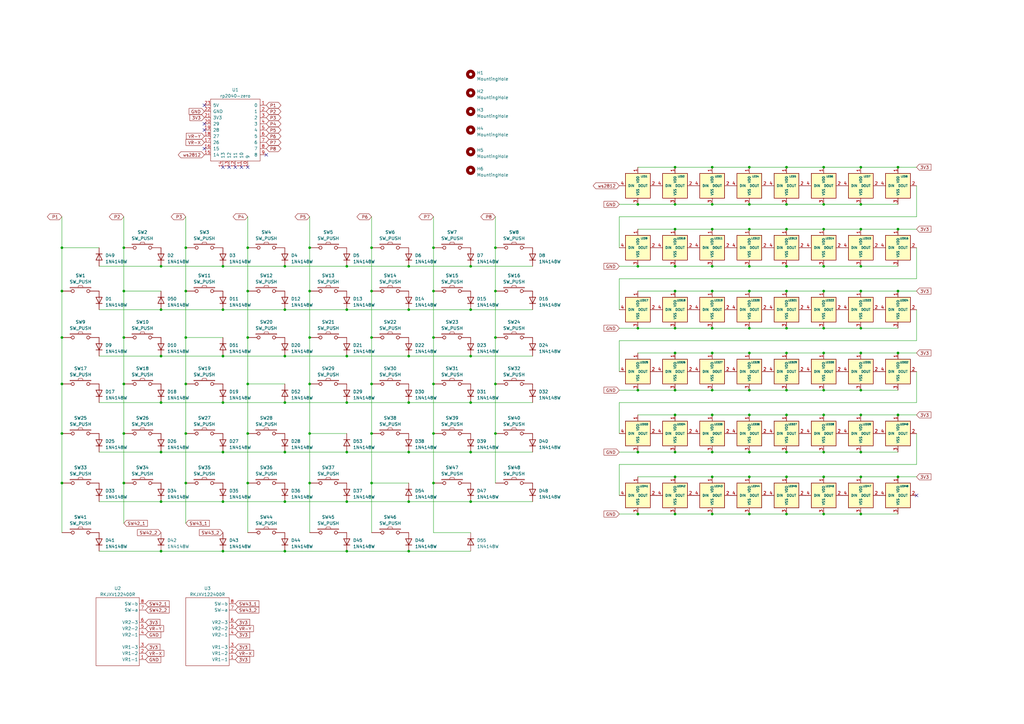
<source format=kicad_sch>
(kicad_sch (version 20230121) (generator eeschema)
  (paper "A3")
  (lib_symbols
    (symbol "Diode:1N4148W" (pin_numbers hide) (pin_names hide)
      (property "Reference" "D" (at 0 2.54 0))
      (property "Value" "1N4148W" (at 0 -2.54 0))
      (symbol "1N4148W_1_1"
        (pin passive line (at -3.81 0 0) (length 2.54) (name "K") (number "1"))
        (pin passive line (at 3.81 0 180) (length 2.54) (name "A") (number "2"))
      )
    )
    (symbol "Mechanical:MountingHole" (pin_names (offset 1.016))
      (property "Reference" "H" (at 0 5.08 0))
      (property "Value" "MountingHole" (at 0 3.175 0))
    )
    (symbol "crides/kleeb/mcu:rp2040-zero" (pin_names (offset 1.016))
      (property "Reference" "U" (at 0 15.24 0))
      (property "Value" "rp2040-zero" (at 0 12.7 0))
      (symbol "rp2040-zero_1_1"
        (pin bidirectional line (at 12.7 8.89 180) (length 2.54) (name "0") (number "1"))
        (pin bidirectional line (at 5.08 -16.51 90) (length 2.54) (name "9") (number "10"))
        (pin bidirectional line (at 2.54 -16.51 90) (length 2.54) (name "10") (number "11"))
        (pin bidirectional line (at 0 -16.51 90) (length 2.54) (name "11") (number "12"))
        (pin bidirectional line (at -2.54 -16.51 90) (length 2.54) (name "12") (number "13"))
        (pin bidirectional line (at -5.08 -16.51 90) (length 2.54) (name "13") (number "14"))
        (pin bidirectional line (at -12.7 -11.43 0) (length 2.54) (name "14") (number "15"))
        (pin bidirectional line (at -12.7 -8.89 0) (length 2.54) (name "15") (number "16"))
        (pin bidirectional line (at -12.7 -6.35 0) (length 2.54) (name "26") (number "17"))
        (pin bidirectional line (at -12.7 -3.81 0) (length 2.54) (name "27") (number "18"))
        (pin bidirectional line (at -12.7 -1.27 0) (length 2.54) (name "28") (number "19"))
        (pin bidirectional line (at 12.7 6.35 180) (length 2.54) (name "1") (number "2"))
        (pin bidirectional line (at -12.7 1.27 0) (length 2.54) (name "29") (number "20"))
        (pin power_out line (at -12.7 3.81 0) (length 2.54) (name "3V3") (number "21"))
        (pin power_out line (at -12.7 6.35 0) (length 2.54) (name "GND") (number "22"))
        (pin power_out line (at -12.7 8.89 0) (length 2.54) (name "5V") (number "23"))
        (pin bidirectional line (at 12.7 3.81 180) (length 2.54) (name "2") (number "3"))
        (pin bidirectional line (at 12.7 1.27 180) (length 2.54) (name "3") (number "4"))
        (pin bidirectional line (at 12.7 -1.27 180) (length 2.54) (name "4") (number "5"))
        (pin bidirectional line (at 12.7 -3.81 180) (length 2.54) (name "5") (number "6"))
        (pin bidirectional line (at 12.7 -6.35 180) (length 2.54) (name "6") (number "7"))
        (pin bidirectional line (at 12.7 -8.89 180) (length 2.54) (name "7") (number "8"))
        (pin bidirectional line (at 12.7 -11.43 180) (length 2.54) (name "8") (number "9"))
      )
    )
    (symbol "foostan/kbd:SW_PUSH" (pin_numbers hide) (pin_names (offset 1.016) hide)
      (property "Reference" "SW" (at 3.81 2.794 0))
      (property "Value" "SW_PUSH" (at 0 -2.032 0))
      (symbol "SW_PUSH_0_1"
        (pin passive inverted (at -7.62 0 0) (length 5.08) (name "1") (number "1"))
        (pin passive inverted (at 7.62 0 180) (length 5.08) (name "2") (number "2"))
      )
    )
    (symbol "foostan/kbd:YS-SK6812MINI-E" (pin_names (offset 1.016))
      (property "Reference" "LED" (at 2.54 -7.62 0))
      (property "Value" "YS-SK6812MINI-E" (at 6.35 -6.35 0))
      (symbol "YS-SK6812MINI-E_1_1"
        (pin power_in line (at 0 7.62 270) (length 2.54) (name "VDD") (number "1"))
        (pin output line (at 7.62 0 180) (length 2.54) (name "DOUT") (number "2"))
        (pin power_in line (at 0 -7.62 90) (length 2.54) (name "VSS") (number "3"))
        (pin input line (at -7.62 0 0) (length 2.54) (name "DIN") (number "4"))
      )
    )
    (symbol "sglib:RKJXV122400R"
      (property "Reference" "U" (at 0 -5.08 0))
      (property "Value" "RKJXV122400R" (at 0 -7.62 0))
      (symbol "RKJXV122400R_1_1"
        (pin input line (at 0 0 180) (length 2.54) (name "VR1-1") (number "1"))
        (pin input line (at 0 2.54 180) (length 2.54) (name "VR1-2") (number "2"))
        (pin input line (at 0 5.08 180) (length 2.54) (name "VR1-3") (number "3"))
        (pin input line (at 0 10.16 180) (length 2.54) (name "VR2-1") (number "4"))
        (pin input line (at 0 12.7 180) (length 2.54) (name "VR2-2") (number "5"))
        (pin input line (at 0 15.24 180) (length 2.54) (name "VR2-3") (number "6"))
        (pin input line (at 0 20.32 180) (length 2.54) (name "SW-a") (number "7"))
        (pin input line (at 0 22.86 180) (length 2.54) (name "SW-b") (number "8"))
      )
    )
  )
  (junction (at 76.2 177.8))
  (junction (at 50.8 177.8))
  (junction (at 368.3 195.58))
  (junction (at 322.58 170.18))
  (junction (at 177.8 119.38))
  (junction (at 76.2 119.38))
  (junction (at 91.44 146.05))
  (junction (at 127 119.38))
  (junction (at 203.2 157.48))
  (junction (at 193.04 205.74))
  (junction (at 167.64 146.05))
  (junction (at 353.06 195.58))
  (junction (at 337.82 109.22))
  (junction (at 337.82 210.82))
  (junction (at 50.8 119.38))
  (junction (at 322.58 160.02))
  (junction (at 152.4 198.12))
  (junction (at 292.1 68.58))
  (junction (at 177.8 198.12))
  (junction (at 337.82 119.38))
  (junction (at 322.58 195.58))
  (junction (at 25.4 157.48))
  (junction (at 193.04 185.42))
  (junction (at 292.1 119.38))
  (junction (at 292.1 170.18))
  (junction (at 337.82 185.42))
  (junction (at 101.6 177.8))
  (junction (at 337.82 93.98))
  (junction (at 307.34 109.22))
  (junction (at 353.06 210.82))
  (junction (at 353.06 144.78))
  (junction (at 337.82 170.18))
  (junction (at 368.3 68.58))
  (junction (at 261.62 83.82))
  (junction (at 322.58 134.62))
  (junction (at 337.82 160.02))
  (junction (at 353.06 109.22))
  (junction (at 177.8 101.6))
  (junction (at 292.1 109.22))
  (junction (at 101.6 198.12))
  (junction (at 177.8 177.8))
  (junction (at 50.8 157.48))
  (junction (at 76.2 138.43))
  (junction (at 167.64 165.1))
  (junction (at 276.86 134.62))
  (junction (at 142.24 165.1))
  (junction (at 276.86 195.58))
  (junction (at 322.58 119.38))
  (junction (at 127 157.48))
  (junction (at 76.2 198.12))
  (junction (at 91.44 109.22))
  (junction (at 193.04 127))
  (junction (at 167.64 205.74))
  (junction (at 50.8 198.12))
  (junction (at 292.1 134.62))
  (junction (at 91.44 165.1))
  (junction (at 203.2 119.38))
  (junction (at 116.84 146.05))
  (junction (at 177.8 157.48))
  (junction (at 25.4 119.38))
  (junction (at 322.58 83.82))
  (junction (at 322.58 144.78))
  (junction (at 142.24 109.22))
  (junction (at 307.34 185.42))
  (junction (at 368.3 119.38))
  (junction (at 152.4 177.8))
  (junction (at 116.84 226.06))
  (junction (at 116.84 127))
  (junction (at 91.44 205.74))
  (junction (at 368.3 93.98))
  (junction (at 142.24 226.06))
  (junction (at 142.24 127))
  (junction (at 292.1 195.58))
  (junction (at 353.06 134.62))
  (junction (at 152.4 138.43))
  (junction (at 337.82 68.58))
  (junction (at 276.86 119.38))
  (junction (at 25.4 138.43))
  (junction (at 142.24 185.42))
  (junction (at 116.84 165.1))
  (junction (at 276.86 185.42))
  (junction (at 203.2 177.8))
  (junction (at 50.8 101.6))
  (junction (at 353.06 160.02))
  (junction (at 337.82 144.78))
  (junction (at 193.04 146.05))
  (junction (at 292.1 185.42))
  (junction (at 66.04 127))
  (junction (at 276.86 210.82))
  (junction (at 152.4 119.38))
  (junction (at 127 101.6))
  (junction (at 307.34 195.58))
  (junction (at 261.62 210.82))
  (junction (at 307.34 68.58))
  (junction (at 307.34 170.18))
  (junction (at 25.4 198.12))
  (junction (at 66.04 185.42))
  (junction (at 50.8 138.43))
  (junction (at 261.62 109.22))
  (junction (at 261.62 185.42))
  (junction (at 127 138.43))
  (junction (at 337.82 195.58))
  (junction (at 353.06 83.82))
  (junction (at 307.34 144.78))
  (junction (at 292.1 210.82))
  (junction (at 76.2 101.6))
  (junction (at 91.44 127))
  (junction (at 101.6 119.38))
  (junction (at 292.1 160.02))
  (junction (at 307.34 119.38))
  (junction (at 261.62 160.02))
  (junction (at 127 177.8))
  (junction (at 66.04 226.06))
  (junction (at 276.86 68.58))
  (junction (at 193.04 109.22))
  (junction (at 322.58 109.22))
  (junction (at 91.44 226.06))
  (junction (at 353.06 185.42))
  (junction (at 25.4 101.6))
  (junction (at 307.34 93.98))
  (junction (at 66.04 146.05))
  (junction (at 167.64 226.06))
  (junction (at 307.34 134.62))
  (junction (at 337.82 83.82))
  (junction (at 368.3 170.18))
  (junction (at 152.4 101.6))
  (junction (at 167.64 109.22))
  (junction (at 152.4 157.48))
  (junction (at 167.64 185.42))
  (junction (at 101.6 101.6))
  (junction (at 353.06 93.98))
  (junction (at 116.84 205.74))
  (junction (at 337.82 134.62))
  (junction (at 276.86 170.18))
  (junction (at 142.24 205.74))
  (junction (at 353.06 68.58))
  (junction (at 353.06 170.18))
  (junction (at 167.64 127))
  (junction (at 353.06 119.38))
  (junction (at 307.34 160.02))
  (junction (at 25.4 177.8))
  (junction (at 203.2 101.6))
  (junction (at 292.1 83.82))
  (junction (at 66.04 165.1))
  (junction (at 116.84 109.22))
  (junction (at 261.62 134.62))
  (junction (at 276.86 160.02))
  (junction (at 368.3 144.78))
  (junction (at 101.6 138.43))
  (junction (at 322.58 210.82))
  (junction (at 276.86 93.98))
  (junction (at 66.04 109.22))
  (junction (at 66.04 205.74))
  (junction (at 307.34 210.82))
  (junction (at 101.6 157.48))
  (junction (at 322.58 68.58))
  (junction (at 276.86 83.82))
  (junction (at 142.24 146.05))
  (junction (at 307.34 83.82))
  (junction (at 91.44 185.42))
  (junction (at 292.1 93.98))
  (junction (at 76.2 157.48))
  (junction (at 322.58 185.42))
  (junction (at 322.58 93.98))
  (junction (at 193.04 165.1))
  (junction (at 177.8 138.43))
  (junction (at 292.1 144.78))
  (junction (at 127 198.12))
  (junction (at 276.86 144.78))
  (junction (at 116.84 185.42))
  (junction (at 203.2 138.43))
  (junction (at 276.86 109.22))
  (no_connect (at 96.52 68.58))
  (no_connect (at 99.06 68.58))
  (no_connect (at 83.82 43.18))
  (no_connect (at 375.92 203.2))
  (no_connect (at 83.82 53.34))
  (no_connect (at 91.44 68.58))
  (no_connect (at 93.98 68.58))
  (no_connect (at 83.82 60.96))
  (no_connect (at 109.22 63.5))
  (no_connect (at 83.82 50.8))
  (no_connect (at 101.6 68.58))
  (wire (pts (xy 322.58 134.62) (xy 337.82 134.62)))
  (wire (pts (xy 307.34 119.38) (xy 322.58 119.38)))
  (wire (pts (xy 353.06 160.02) (xy 368.3 160.02)))
  (wire (pts (xy 276.86 185.42) (xy 292.1 185.42)))
  (wire (pts (xy 50.8 119.38) (xy 66.04 119.38)))
  (wire (pts (xy 101.6 101.6) (xy 101.6 119.38)))
  (wire (pts (xy 50.8 177.8) (xy 50.8 198.12)))
  (wire (pts (xy 25.4 101.6) (xy 40.64 101.6)))
  (wire (pts (xy 142.24 127) (xy 167.64 127)))
  (wire (pts (xy 375.92 76.2) (xy 375.92 88.9)))
  (wire (pts (xy 91.44 165.1) (xy 116.84 165.1)))
  (wire (pts (xy 322.58 160.02) (xy 337.82 160.02)))
  (wire (pts (xy 375.92 177.8) (xy 375.92 190.5)))
  (wire (pts (xy 254 114.3) (xy 254 127)))
  (wire (pts (xy 375.92 190.5) (xy 254 190.5)))
  (wire (pts (xy 353.06 210.82) (xy 368.3 210.82)))
  (wire (pts (xy 152.4 119.38) (xy 152.4 138.43)))
  (wire (pts (xy 203.2 177.8) (xy 203.2 198.12)))
  (wire (pts (xy 254 185.42) (xy 261.62 185.42)))
  (wire (pts (xy 193.04 185.42) (xy 218.44 185.42)))
  (wire (pts (xy 254 165.1) (xy 254 177.8)))
  (wire (pts (xy 50.8 101.6) (xy 50.8 119.38)))
  (wire (pts (xy 167.64 205.74) (xy 193.04 205.74)))
  (wire (pts (xy 177.8 88.9) (xy 177.8 101.6)))
  (wire (pts (xy 177.8 157.48) (xy 177.8 177.8)))
  (wire (pts (xy 50.8 157.48) (xy 50.8 177.8)))
  (wire (pts (xy 167.64 109.22) (xy 193.04 109.22)))
  (wire (pts (xy 261.62 68.58) (xy 276.86 68.58)))
  (wire (pts (xy 254 109.22) (xy 261.62 109.22)))
  (wire (pts (xy 337.82 160.02) (xy 353.06 160.02)))
  (wire (pts (xy 25.4 138.43) (xy 25.4 157.48)))
  (wire (pts (xy 307.34 83.82) (xy 322.58 83.82)))
  (wire (pts (xy 76.2 177.8) (xy 76.2 198.12)))
  (wire (pts (xy 76.2 214.63) (xy 76.2 198.12)))
  (wire (pts (xy 91.44 127) (xy 116.84 127)))
  (wire (pts (xy 101.6 198.12) (xy 101.6 218.44)))
  (wire (pts (xy 368.3 144.78) (xy 375.92 144.78)))
  (wire (pts (xy 127 119.38) (xy 127 138.43)))
  (wire (pts (xy 337.82 170.18) (xy 353.06 170.18)))
  (wire (pts (xy 177.8 101.6) (xy 177.8 119.38)))
  (wire (pts (xy 66.04 205.74) (xy 91.44 205.74)))
  (wire (pts (xy 142.24 109.22) (xy 167.64 109.22)))
  (wire (pts (xy 40.64 127) (xy 66.04 127)))
  (wire (pts (xy 276.86 93.98) (xy 292.1 93.98)))
  (wire (pts (xy 292.1 83.82) (xy 307.34 83.82)))
  (wire (pts (xy 375.92 101.6) (xy 375.92 114.3)))
  (wire (pts (xy 375.92 114.3) (xy 254 114.3)))
  (wire (pts (xy 261.62 210.82) (xy 276.86 210.82)))
  (wire (pts (xy 375.92 127) (xy 375.92 139.7)))
  (wire (pts (xy 66.04 226.06) (xy 91.44 226.06)))
  (wire (pts (xy 127 157.48) (xy 127 177.8)))
  (wire (pts (xy 307.34 134.62) (xy 322.58 134.62)))
  (wire (pts (xy 76.2 119.38) (xy 76.2 138.43)))
  (wire (pts (xy 50.8 119.38) (xy 50.8 138.43)))
  (wire (pts (xy 167.64 226.06) (xy 193.04 226.06)))
  (wire (pts (xy 142.24 205.74) (xy 167.64 205.74)))
  (wire (pts (xy 261.62 185.42) (xy 276.86 185.42)))
  (wire (pts (xy 337.82 119.38) (xy 353.06 119.38)))
  (wire (pts (xy 261.62 144.78) (xy 276.86 144.78)))
  (wire (pts (xy 91.44 185.42) (xy 116.84 185.42)))
  (wire (pts (xy 76.2 138.43) (xy 91.44 138.43)))
  (wire (pts (xy 76.2 88.9) (xy 76.2 101.6)))
  (wire (pts (xy 152.4 157.48) (xy 152.4 177.8)))
  (wire (pts (xy 375.92 139.7) (xy 254 139.7)))
  (wire (pts (xy 116.84 165.1) (xy 142.24 165.1)))
  (wire (pts (xy 193.04 127) (xy 218.44 127)))
  (wire (pts (xy 292.1 144.78) (xy 307.34 144.78)))
  (wire (pts (xy 292.1 109.22) (xy 307.34 109.22)))
  (wire (pts (xy 91.44 109.22) (xy 116.84 109.22)))
  (wire (pts (xy 307.34 109.22) (xy 322.58 109.22)))
  (wire (pts (xy 375.92 88.9) (xy 254 88.9)))
  (wire (pts (xy 307.34 160.02) (xy 322.58 160.02)))
  (wire (pts (xy 66.04 127) (xy 91.44 127)))
  (wire (pts (xy 40.64 109.22) (xy 66.04 109.22)))
  (wire (pts (xy 76.2 101.6) (xy 76.2 119.38)))
  (wire (pts (xy 353.06 93.98) (xy 368.3 93.98)))
  (wire (pts (xy 353.06 109.22) (xy 368.3 109.22)))
  (wire (pts (xy 152.4 88.9) (xy 152.4 101.6)))
  (wire (pts (xy 368.3 68.58) (xy 375.92 68.58)))
  (wire (pts (xy 203.2 101.6) (xy 203.2 119.38)))
  (wire (pts (xy 152.4 101.6) (xy 152.4 119.38)))
  (wire (pts (xy 292.1 170.18) (xy 307.34 170.18)))
  (wire (pts (xy 25.4 101.6) (xy 25.4 119.38)))
  (wire (pts (xy 254 160.02) (xy 261.62 160.02)))
  (wire (pts (xy 254 83.82) (xy 261.62 83.82)))
  (wire (pts (xy 203.2 138.43) (xy 203.2 157.48)))
  (wire (pts (xy 276.86 144.78) (xy 292.1 144.78)))
  (wire (pts (xy 322.58 93.98) (xy 337.82 93.98)))
  (wire (pts (xy 152.4 177.8) (xy 152.4 198.12)))
  (wire (pts (xy 337.82 68.58) (xy 353.06 68.58)))
  (wire (pts (xy 152.4 198.12) (xy 167.64 198.12)))
  (wire (pts (xy 254 139.7) (xy 254 152.4)))
  (wire (pts (xy 292.1 185.42) (xy 307.34 185.42)))
  (wire (pts (xy 193.04 165.1) (xy 218.44 165.1)))
  (wire (pts (xy 116.84 127) (xy 142.24 127)))
  (wire (pts (xy 261.62 83.82) (xy 276.86 83.82)))
  (wire (pts (xy 337.82 210.82) (xy 353.06 210.82)))
  (wire (pts (xy 322.58 170.18) (xy 337.82 170.18)))
  (wire (pts (xy 25.4 119.38) (xy 25.4 138.43)))
  (wire (pts (xy 292.1 93.98) (xy 307.34 93.98)))
  (wire (pts (xy 193.04 146.05) (xy 218.44 146.05)))
  (wire (pts (xy 307.34 185.42) (xy 322.58 185.42)))
  (wire (pts (xy 307.34 195.58) (xy 322.58 195.58)))
  (wire (pts (xy 337.82 185.42) (xy 353.06 185.42)))
  (wire (pts (xy 368.3 119.38) (xy 375.92 119.38)))
  (wire (pts (xy 142.24 226.06) (xy 167.64 226.06)))
  (wire (pts (xy 142.24 165.1) (xy 167.64 165.1)))
  (wire (pts (xy 116.84 185.42) (xy 142.24 185.42)))
  (wire (pts (xy 337.82 144.78) (xy 353.06 144.78)))
  (wire (pts (xy 261.62 119.38) (xy 276.86 119.38)))
  (wire (pts (xy 25.4 157.48) (xy 25.4 177.8)))
  (wire (pts (xy 25.4 198.12) (xy 25.4 218.44)))
  (wire (pts (xy 292.1 68.58) (xy 307.34 68.58)))
  (wire (pts (xy 307.34 68.58) (xy 322.58 68.58)))
  (wire (pts (xy 337.82 195.58) (xy 353.06 195.58)))
  (wire (pts (xy 276.86 83.82) (xy 292.1 83.82)))
  (wire (pts (xy 66.04 109.22) (xy 91.44 109.22)))
  (wire (pts (xy 66.04 146.05) (xy 91.44 146.05)))
  (wire (pts (xy 142.24 185.42) (xy 167.64 185.42)))
  (wire (pts (xy 276.86 134.62) (xy 292.1 134.62)))
  (wire (pts (xy 142.24 146.05) (xy 167.64 146.05)))
  (wire (pts (xy 116.84 226.06) (xy 142.24 226.06)))
  (wire (pts (xy 193.04 109.22) (xy 218.44 109.22)))
  (wire (pts (xy 116.84 205.74) (xy 142.24 205.74)))
  (wire (pts (xy 292.1 210.82) (xy 307.34 210.82)))
  (wire (pts (xy 322.58 109.22) (xy 337.82 109.22)))
  (wire (pts (xy 322.58 119.38) (xy 337.82 119.38)))
  (wire (pts (xy 307.34 210.82) (xy 322.58 210.82)))
  (wire (pts (xy 276.86 109.22) (xy 292.1 109.22)))
  (wire (pts (xy 127 198.12) (xy 127 218.44)))
  (wire (pts (xy 322.58 195.58) (xy 337.82 195.58)))
  (wire (pts (xy 368.3 170.18) (xy 375.92 170.18)))
  (wire (pts (xy 353.06 185.42) (xy 368.3 185.42)))
  (wire (pts (xy 261.62 109.22) (xy 276.86 109.22)))
  (wire (pts (xy 40.64 146.05) (xy 66.04 146.05)))
  (wire (pts (xy 322.58 68.58) (xy 337.82 68.58)))
  (wire (pts (xy 177.8 198.12) (xy 177.8 218.44)))
  (wire (pts (xy 261.62 134.62) (xy 276.86 134.62)))
  (wire (pts (xy 337.82 109.22) (xy 353.06 109.22)))
  (wire (pts (xy 292.1 134.62) (xy 307.34 134.62)))
  (wire (pts (xy 167.64 127) (xy 193.04 127)))
  (wire (pts (xy 152.4 138.43) (xy 152.4 157.48)))
  (wire (pts (xy 50.8 88.9) (xy 50.8 101.6)))
  (wire (pts (xy 91.44 146.05) (xy 116.84 146.05)))
  (wire (pts (xy 101.6 157.48) (xy 101.6 177.8)))
  (wire (pts (xy 337.82 93.98) (xy 353.06 93.98)))
  (wire (pts (xy 101.6 138.43) (xy 101.6 157.48)))
  (wire (pts (xy 127 138.43) (xy 127 157.48)))
  (wire (pts (xy 322.58 83.82) (xy 337.82 83.82)))
  (wire (pts (xy 322.58 185.42) (xy 337.82 185.42)))
  (wire (pts (xy 292.1 195.58) (xy 307.34 195.58)))
  (wire (pts (xy 193.04 205.74) (xy 218.44 205.74)))
  (wire (pts (xy 276.86 119.38) (xy 292.1 119.38)))
  (wire (pts (xy 127 177.8) (xy 127 198.12)))
  (wire (pts (xy 127 177.8) (xy 142.24 177.8)))
  (wire (pts (xy 292.1 160.02) (xy 307.34 160.02)))
  (wire (pts (xy 353.06 144.78) (xy 368.3 144.78)))
  (wire (pts (xy 127 101.6) (xy 127 119.38)))
  (wire (pts (xy 254 134.62) (xy 261.62 134.62)))
  (wire (pts (xy 276.86 195.58) (xy 292.1 195.58)))
  (wire (pts (xy 25.4 88.9) (xy 25.4 101.6)))
  (wire (pts (xy 40.64 185.42) (xy 66.04 185.42)))
  (wire (pts (xy 307.34 144.78) (xy 322.58 144.78)))
  (wire (pts (xy 167.64 185.42) (xy 193.04 185.42)))
  (wire (pts (xy 40.64 165.1) (xy 66.04 165.1)))
  (wire (pts (xy 254 190.5) (xy 254 203.2)))
  (wire (pts (xy 276.86 160.02) (xy 292.1 160.02)))
  (wire (pts (xy 368.3 195.58) (xy 375.92 195.58)))
  (wire (pts (xy 353.06 68.58) (xy 368.3 68.58)))
  (wire (pts (xy 101.6 177.8) (xy 101.6 198.12)))
  (wire (pts (xy 261.62 170.18) (xy 276.86 170.18)))
  (wire (pts (xy 353.06 119.38) (xy 368.3 119.38)))
  (wire (pts (xy 322.58 210.82) (xy 337.82 210.82)))
  (wire (pts (xy 152.4 198.12) (xy 152.4 218.44)))
  (wire (pts (xy 307.34 170.18) (xy 322.58 170.18)))
  (wire (pts (xy 91.44 226.06) (xy 116.84 226.06)))
  (wire (pts (xy 307.34 93.98) (xy 322.58 93.98)))
  (wire (pts (xy 254 88.9) (xy 254 101.6)))
  (wire (pts (xy 292.1 119.38) (xy 307.34 119.38)))
  (wire (pts (xy 337.82 134.62) (xy 353.06 134.62)))
  (wire (pts (xy 276.86 170.18) (xy 292.1 170.18)))
  (wire (pts (xy 91.44 205.74) (xy 116.84 205.74)))
  (wire (pts (xy 177.8 119.38) (xy 177.8 138.43)))
  (wire (pts (xy 375.92 152.4) (xy 375.92 165.1)))
  (wire (pts (xy 276.86 210.82) (xy 292.1 210.82)))
  (wire (pts (xy 101.6 157.48) (xy 116.84 157.48)))
  (wire (pts (xy 337.82 83.82) (xy 353.06 83.82)))
  (wire (pts (xy 127 88.9) (xy 127 101.6)))
  (wire (pts (xy 261.62 93.98) (xy 276.86 93.98)))
  (wire (pts (xy 66.04 185.42) (xy 91.44 185.42)))
  (wire (pts (xy 101.6 119.38) (xy 101.6 138.43)))
  (wire (pts (xy 40.64 226.06) (xy 66.04 226.06)))
  (wire (pts (xy 276.86 68.58) (xy 292.1 68.58)))
  (wire (pts (xy 375.92 165.1) (xy 254 165.1)))
  (wire (pts (xy 66.04 165.1) (xy 91.44 165.1)))
  (wire (pts (xy 50.8 214.63) (xy 50.8 198.12)))
  (wire (pts (xy 167.64 165.1) (xy 193.04 165.1)))
  (wire (pts (xy 203.2 157.48) (xy 203.2 177.8)))
  (wire (pts (xy 353.06 83.82) (xy 368.3 83.82)))
  (wire (pts (xy 353.06 170.18) (xy 368.3 170.18)))
  (wire (pts (xy 203.2 88.9) (xy 203.2 101.6)))
  (wire (pts (xy 203.2 119.38) (xy 203.2 138.43)))
  (wire (pts (xy 177.8 218.44) (xy 193.04 218.44)))
  (wire (pts (xy 261.62 195.58) (xy 276.86 195.58)))
  (wire (pts (xy 40.64 205.74) (xy 66.04 205.74)))
  (wire (pts (xy 322.58 144.78) (xy 337.82 144.78)))
  (wire (pts (xy 116.84 109.22) (xy 142.24 109.22)))
  (wire (pts (xy 76.2 138.43) (xy 76.2 157.48)))
  (wire (pts (xy 177.8 177.8) (xy 177.8 198.12)))
  (wire (pts (xy 76.2 157.48) (xy 76.2 177.8)))
  (wire (pts (xy 177.8 138.43) (xy 177.8 157.48)))
  (wire (pts (xy 101.6 88.9) (xy 101.6 101.6)))
  (wire (pts (xy 50.8 138.43) (xy 50.8 157.48)))
  (wire (pts (xy 353.06 134.62) (xy 368.3 134.62)))
  (wire (pts (xy 261.62 160.02) (xy 276.86 160.02)))
  (wire (pts (xy 368.3 93.98) (xy 375.92 93.98)))
  (wire (pts (xy 254 210.82) (xy 261.62 210.82)))
  (wire (pts (xy 116.84 146.05) (xy 142.24 146.05)))
  (wire (pts (xy 25.4 177.8) (xy 25.4 198.12)))
  (wire (pts (xy 167.64 146.05) (xy 193.04 146.05)))
  (wire (pts (xy 353.06 195.58) (xy 368.3 195.58)))
  (global_label "P2" (shape bidirectional) (at 109.22 45.72 0) (property "Intersheetrefs" "${INTERSHEET_REFS}" (effects hide)))
  (global_label "VR-X" (shape input) (at 59.69 267.97 0) (property "Intersheetrefs" "${INTERSHEET_REFS}" (effects hide)))
  (global_label "GND" (shape input) (at 254 134.62 180) (property "Intersheetrefs" "${INTERSHEET_REFS}" (effects hide)))
  (global_label "SW42_2" (shape input) (at 66.04 218.44 180) (property "Intersheetrefs" "${INTERSHEET_REFS}" (effects hide)))
  (global_label "P5" (shape bidirectional) (at 109.22 53.34 0) (property "Intersheetrefs" "${INTERSHEET_REFS}" (effects hide)))
  (global_label "GND" (shape input) (at 83.82 45.72 180) (property "Intersheetrefs" "${INTERSHEET_REFS}" (effects hide)))
  (global_label "P3" (shape bidirectional) (at 76.2 88.9 180) (property "Intersheetrefs" "${INTERSHEET_REFS}" (effects hide)))
  (global_label "P1" (shape bidirectional) (at 25.4 88.9 180) (property "Intersheetrefs" "${INTERSHEET_REFS}" (effects hide)))
  (global_label "ws2812" (shape bidirectional) (at 254 76.2 180) (property "Intersheetrefs" "${INTERSHEET_REFS}" (effects hide)))
  (global_label "SW43_1" (shape input) (at 96.52 247.65 0) (property "Intersheetrefs" "${INTERSHEET_REFS}" (effects hide)))
  (global_label "P4" (shape bidirectional) (at 109.22 50.8 0) (property "Intersheetrefs" "${INTERSHEET_REFS}" (effects hide)))
  (global_label "VR-Y" (shape input) (at 96.52 257.81 0) (property "Intersheetrefs" "${INTERSHEET_REFS}" (effects hide)))
  (global_label "P2" (shape bidirectional) (at 50.8 88.9 180) (property "Intersheetrefs" "${INTERSHEET_REFS}" (effects hide)))
  (global_label "GND" (shape input) (at 59.69 260.35 0) (property "Intersheetrefs" "${INTERSHEET_REFS}" (effects hide)))
  (global_label "GND" (shape input) (at 254 210.82 180) (property "Intersheetrefs" "${INTERSHEET_REFS}" (effects hide)))
  (global_label "3V3" (shape input) (at 96.52 270.51 0) (property "Intersheetrefs" "${INTERSHEET_REFS}" (effects hide)))
  (global_label "P3" (shape bidirectional) (at 109.22 48.26 0) (property "Intersheetrefs" "${INTERSHEET_REFS}" (effects hide)))
  (global_label "P7" (shape bidirectional) (at 109.22 58.42 0) (property "Intersheetrefs" "${INTERSHEET_REFS}" (effects hide)))
  (global_label "ws2812" (shape bidirectional) (at 83.82 63.5 180) (property "Intersheetrefs" "${INTERSHEET_REFS}" (effects hide)))
  (global_label "GND" (shape input) (at 254 109.22 180) (property "Intersheetrefs" "${INTERSHEET_REFS}" (effects hide)))
  (global_label "3V3" (shape input) (at 375.92 170.18 0) (property "Intersheetrefs" "${INTERSHEET_REFS}" (effects hide)))
  (global_label "GND" (shape input) (at 254 83.82 180) (property "Intersheetrefs" "${INTERSHEET_REFS}" (effects hide)))
  (global_label "3V3" (shape input) (at 96.52 260.35 0) (property "Intersheetrefs" "${INTERSHEET_REFS}" (effects hide)))
  (global_label "SW43_2" (shape input) (at 91.44 218.44 180) (property "Intersheetrefs" "${INTERSHEET_REFS}" (effects hide)))
  (global_label "P8" (shape bidirectional) (at 203.2 88.9 180) (property "Intersheetrefs" "${INTERSHEET_REFS}" (effects hide)))
  (global_label "VR-Y" (shape input) (at 59.69 257.81 0) (property "Intersheetrefs" "${INTERSHEET_REFS}" (effects hide)))
  (global_label "3V3" (shape input) (at 59.69 255.27 0) (property "Intersheetrefs" "${INTERSHEET_REFS}" (effects hide)))
  (global_label "SW42_1" (shape input) (at 59.69 247.65 0) (property "Intersheetrefs" "${INTERSHEET_REFS}" (effects hide)))
  (global_label "3V3" (shape input) (at 83.82 48.26 180) (property "Intersheetrefs" "${INTERSHEET_REFS}" (effects hide)))
  (global_label "VR-X" (shape input) (at 96.52 267.97 0) (property "Intersheetrefs" "${INTERSHEET_REFS}" (effects hide)))
  (global_label "SW43_1" (shape input) (at 76.2 214.63 0) (property "Intersheetrefs" "${INTERSHEET_REFS}" (effects hide)))
  (global_label "P4" (shape bidirectional) (at 101.6 88.9 180) (property "Intersheetrefs" "${INTERSHEET_REFS}" (effects hide)))
  (global_label "GND" (shape input) (at 254 160.02 180) (property "Intersheetrefs" "${INTERSHEET_REFS}" (effects hide)))
  (global_label "VR-Y" (shape input) (at 83.82 55.88 180) (property "Intersheetrefs" "${INTERSHEET_REFS}" (effects hide)))
  (global_label "P5" (shape bidirectional) (at 127 88.9 180) (property "Intersheetrefs" "${INTERSHEET_REFS}" (effects hide)))
  (global_label "P8" (shape bidirectional) (at 109.22 60.96 0) (property "Intersheetrefs" "${INTERSHEET_REFS}" (effects hide)))
  (global_label "3V3" (shape input) (at 96.52 265.43 0) (property "Intersheetrefs" "${INTERSHEET_REFS}" (effects hide)))
  (global_label "3V3" (shape input) (at 375.92 144.78 0) (property "Intersheetrefs" "${INTERSHEET_REFS}" (effects hide)))
  (global_label "P1" (shape bidirectional) (at 109.22 43.18 0) (property "Intersheetrefs" "${INTERSHEET_REFS}" (effects hide)))
  (global_label "SW43_2" (shape input) (at 96.52 250.19 0) (property "Intersheetrefs" "${INTERSHEET_REFS}" (effects hide)))
  (global_label "GND" (shape input) (at 254 185.42 180) (property "Intersheetrefs" "${INTERSHEET_REFS}" (effects hide)))
  (global_label "3V3" (shape input) (at 375.92 93.98 0) (property "Intersheetrefs" "${INTERSHEET_REFS}" (effects hide)))
  (global_label "3V3" (shape input) (at 375.92 195.58 0) (property "Intersheetrefs" "${INTERSHEET_REFS}" (effects hide)))
  (global_label "P6" (shape bidirectional) (at 109.22 55.88 0) (property "Intersheetrefs" "${INTERSHEET_REFS}" (effects hide)))
  (global_label "GND" (shape input) (at 59.69 270.51 0) (property "Intersheetrefs" "${INTERSHEET_REFS}" (effects hide)))
  (global_label "VR-X" (shape input) (at 83.82 58.42 180) (property "Intersheetrefs" "${INTERSHEET_REFS}" (effects hide)))
  (global_label "3V3" (shape input) (at 375.92 68.58 0) (property "Intersheetrefs" "${INTERSHEET_REFS}" (effects hide)))
  (global_label "P7" (shape bidirectional) (at 177.8 88.9 180) (property "Intersheetrefs" "${INTERSHEET_REFS}" (effects hide)))
  (global_label "3V3" (shape input) (at 96.52 255.27 0) (property "Intersheetrefs" "${INTERSHEET_REFS}" (effects hide)))
  (global_label "P6" (shape bidirectional) (at 152.4 88.9 180) (property "Intersheetrefs" "${INTERSHEET_REFS}" (effects hide)))
  (global_label "SW42_2" (shape input) (at 59.69 250.19 0) (property "Intersheetrefs" "${INTERSHEET_REFS}" (effects hide)))
  (global_label "3V3" (shape input) (at 59.69 265.43 0) (property "Intersheetrefs" "${INTERSHEET_REFS}" (effects hide)))
  (global_label "3V3" (shape input) (at 375.92 119.38 0) (property "Intersheetrefs" "${INTERSHEET_REFS}" (effects hide)))
  (global_label "SW42_1" (shape input) (at 50.8 214.63 0) (property "Intersheetrefs" "${INTERSHEET_REFS}" (effects hide)))
  (symbol (lib_id "Diode:1N4148W") (at 40.64 222.25 90) (unit 1)
    (property "Reference" "D41" (at 43.18 221.615 90) (effects (justify right)))
    (property "Value" "1N4148W" (at 43.18 224.155 90) (effects (justify right)))
    (property "Footprint" "foostan/kbd:D3_SMD_v2" (effects hide))
    (property "Datasheet" "https://www.vishay.com/docs/85748/1n4148w.pdf" (effects hide))
    (property "Sim.Device" "D" (effects hide))
    (property "Sim.Pins" "1=K 2=A" (effects hide))
  )
  (symbol (lib_id "Diode:1N4148W") (at 142.24 161.29 90) (unit 1)
    (property "Reference" "D29" (at 144.78 160.655 90) (effects (justify right)))
    (property "Value" "1N4148W" (at 144.78 163.195 90) (effects (justify right)))
    (property "Footprint" "foostan/kbd:D3_SMD_v2" (effects hide))
    (property "Datasheet" "https://www.vishay.com/docs/85748/1n4148w.pdf" (effects hide))
    (property "Sim.Device" "D" (effects hide))
    (property "Sim.Pins" "1=K 2=A" (effects hide))
  )
  (symbol (lib_id "foostan/kbd:YS-SK6812MINI-E") (at 368.3 152.4 0) (unit 1)
    (property "Reference" "LED32" (at 370.84 148.59 0) (effects (font (size 0.7366 0.7366))))
    (property "Value" "YS-SK6812MINI-E" (effects hide))
    (property "Footprint" "foostan/kbd:YS-SK6812MINI-E" (effects hide))
  )
  (symbol (lib_id "Diode:1N4148W") (at 66.04 201.93 90) (unit 1)
    (property "Reference" "D34" (at 68.58 201.295 90) (effects (justify right)))
    (property "Value" "1N4148W" (at 68.58 203.835 90) (effects (justify right)))
    (property "Footprint" "foostan/kbd:D3_SMD_v2" (effects hide))
    (property "Datasheet" "https://www.vishay.com/docs/85748/1n4148w.pdf" (effects hide))
    (property "Sim.Device" "D" (effects hide))
    (property "Sim.Pins" "1=K 2=A" (effects hide))
  )
  (symbol (lib_id "Diode:1N4148W") (at 167.64 105.41 90) (unit 1)
    (property "Reference" "D6" (at 170.18 104.775 90) (effects (justify right)))
    (property "Value" "1N4148W" (at 170.18 107.315 90) (effects (justify right)))
    (property "Footprint" "foostan/kbd:D3_SMD_v2" (effects hide))
    (property "Datasheet" "https://www.vishay.com/docs/85748/1n4148w.pdf" (effects hide))
    (property "Sim.Device" "D" (effects hide))
    (property "Sim.Pins" "1=K 2=A" (effects hide))
  )
  (symbol (lib_id "Diode:1N4148W") (at 193.04 142.24 90) (unit 1)
    (property "Reference" "D23" (at 195.58 141.605 90) (effects (justify right)))
    (property "Value" "1N4148W" (at 195.58 144.145 90) (effects (justify right)))
    (property "Footprint" "foostan/kbd:D3_SMD_v2" (effects hide))
    (property "Datasheet" "https://www.vishay.com/docs/85748/1n4148w.pdf" (effects hide))
    (property "Sim.Device" "D" (effects hide))
    (property "Sim.Pins" "1=K 2=A" (effects hide))
  )
  (symbol (lib_id "foostan/kbd:SW_PUSH") (at 185.42 198.12 0) (unit 1)
    (property "Reference" "SW47" (at 185.42 191.77 0))
    (property "Value" "SW_PUSH" (at 185.42 194.31 0))
    (property "Footprint" "sglib:ChocV1_V2_Hotswap" (effects hide))
  )
  (symbol (lib_id "Diode:1N4148W") (at 66.04 105.41 90) (unit 1)
    (property "Reference" "D2" (at 68.58 104.775 90) (effects (justify right)))
    (property "Value" "1N4148W" (at 68.58 107.315 90) (effects (justify right)))
    (property "Footprint" "foostan/kbd:D3_SMD_v2" (effects hide))
    (property "Datasheet" "https://www.vishay.com/docs/85748/1n4148w.pdf" (effects hide))
    (property "Sim.Device" "D" (effects hide))
    (property "Sim.Pins" "1=K 2=A" (effects hide))
  )
  (symbol (lib_id "foostan/kbd:SW_PUSH") (at 109.22 138.43 0) (unit 1)
    (property "Reference" "SW20" (at 109.22 132.08 0))
    (property "Value" "SW_PUSH" (at 109.22 134.62 0))
    (property "Footprint" "sglib:ChocV1_V2_Hotswap" (effects hide))
  )
  (symbol (lib_id "Mechanical:MountingHole") (at 193.04 45.72 0) (unit 1)
    (property "Reference" "H3" (at 195.58 45.085 0) (effects (justify left)))
    (property "Value" "MountingHole" (at 195.58 47.625 0) (effects (justify left)))
    (property "Footprint" "sglib:Hole-2.5mm" (effects hide))
  )
  (symbol (lib_id "foostan/kbd:YS-SK6812MINI-E") (at 261.62 76.2 0) (unit 1)
    (property "Reference" "LED1" (at 264.16 72.39 0) (effects (font (size 0.7366 0.7366))))
    (property "Value" "YS-SK6812MINI-E" (effects hide))
    (property "Footprint" "foostan/kbd:YS-SK6812MINI-E" (effects hide))
  )
  (symbol (lib_id "Diode:1N4148W") (at 91.44 105.41 90) (unit 1)
    (property "Reference" "D3" (at 93.98 104.775 90) (effects (justify right)))
    (property "Value" "1N4148W" (at 93.98 107.315 90) (effects (justify right)))
    (property "Footprint" "foostan/kbd:D3_SMD_v2" (effects hide))
    (property "Datasheet" "https://www.vishay.com/docs/85748/1n4148w.pdf" (effects hide))
    (property "Sim.Device" "D" (effects hide))
    (property "Sim.Pins" "1=K 2=A" (effects hide))
  )
  (symbol (lib_id "foostan/kbd:SW_PUSH") (at 210.82 101.6 0) (unit 1)
    (property "Reference" "SW8" (at 210.82 95.25 0))
    (property "Value" "SW_PUSH" (at 210.82 97.79 0))
    (property "Footprint" "sglib:ChocV1_V2_Hotswap" (effects hide))
  )
  (symbol (lib_id "foostan/kbd:YS-SK6812MINI-E") (at 353.06 101.6 0) (unit 1)
    (property "Reference" "LED15" (at 355.6 97.79 0) (effects (font (size 0.7366 0.7366))))
    (property "Value" "YS-SK6812MINI-E" (effects hide))
    (property "Footprint" "foostan/kbd:YS-SK6812MINI-E" (effects hide))
  )
  (symbol (lib_id "Diode:1N4148W") (at 218.44 201.93 90) (unit 1)
    (property "Reference" "D48" (at 220.98 201.295 90) (effects (justify right)))
    (property "Value" "1N4148W" (at 220.98 203.835 90) (effects (justify right)))
    (property "Footprint" "foostan/kbd:D3_SMD_v2" (effects hide))
    (property "Datasheet" "https://www.vishay.com/docs/85748/1n4148w.pdf" (effects hide))
    (property "Sim.Device" "D" (effects hide))
    (property "Sim.Pins" "1=K 2=A" (effects hide))
  )
  (symbol (lib_id "foostan/kbd:YS-SK6812MINI-E") (at 353.06 127 0) (unit 1)
    (property "Reference" "LED23" (at 355.6 123.19 0) (effects (font (size 0.7366 0.7366))))
    (property "Value" "YS-SK6812MINI-E" (effects hide))
    (property "Footprint" "foostan/kbd:YS-SK6812MINI-E" (effects hide))
  )
  (symbol (lib_id "foostan/kbd:YS-SK6812MINI-E") (at 307.34 101.6 0) (unit 1)
    (property "Reference" "LED12" (at 309.88 97.79 0) (effects (font (size 0.7366 0.7366))))
    (property "Value" "YS-SK6812MINI-E" (effects hide))
    (property "Footprint" "foostan/kbd:YS-SK6812MINI-E" (effects hide))
  )
  (symbol (lib_id "foostan/kbd:SW_PUSH") (at 185.42 101.6 0) (unit 1)
    (property "Reference" "SW7" (at 185.42 95.25 0))
    (property "Value" "SW_PUSH" (at 185.42 97.79 0))
    (property "Footprint" "sglib:ChocV1_V2_Hotswap" (effects hide))
  )
  (symbol (lib_id "foostan/kbd:SW_PUSH") (at 185.42 138.43 0) (unit 1)
    (property "Reference" "SW23" (at 185.42 132.08 0))
    (property "Value" "SW_PUSH" (at 185.42 134.62 0))
    (property "Footprint" "sglib:ChocV1_V2_Hotswap" (effects hide))
  )
  (symbol (lib_id "Diode:1N4148W") (at 167.64 123.19 90) (unit 1)
    (property "Reference" "D14" (at 170.18 122.555 90) (effects (justify right)))
    (property "Value" "1N4148W" (at 170.18 125.095 90) (effects (justify right)))
    (property "Footprint" "foostan/kbd:D3_SMD_v2" (effects hide))
    (property "Datasheet" "https://www.vishay.com/docs/85748/1n4148w.pdf" (effects hide))
    (property "Sim.Device" "D" (effects hide))
    (property "Sim.Pins" "1=K 2=A" (effects hide))
  )
  (symbol (lib_id "Diode:1N4148W") (at 40.64 142.24 90) (unit 1)
    (property "Reference" "D9" (at 43.18 141.605 90) (effects (justify right)))
    (property "Value" "1N4148W" (at 43.18 144.145 90) (effects (justify right)))
    (property "Footprint" "foostan/kbd:D3_SMD_v2" (effects hide))
    (property "Datasheet" "https://www.vishay.com/docs/85748/1n4148w.pdf" (effects hide))
    (property "Sim.Device" "D" (effects hide))
    (property "Sim.Pins" "1=K 2=A" (effects hide))
  )
  (symbol (lib_id "crides/kleeb/mcu:rp2040-zero") (at 96.52 52.07 0) (unit 1)
    (property "Reference" "U1" (at 96.52 36.83 0))
    (property "Value" "rp2040-zero" (at 96.52 39.37 0))
    (property "Footprint" "sglib:rp2040-zero_wide_with_choc_socket" (effects hide))
  )
  (symbol (lib_id "foostan/kbd:YS-SK6812MINI-E") (at 261.62 177.8 0) (unit 1)
    (property "Reference" "LED33" (at 264.16 173.99 0) (effects (font (size 0.7366 0.7366))))
    (property "Value" "YS-SK6812MINI-E" (effects hide))
    (property "Footprint" "foostan/kbd:YS-SK6812MINI-E" (effects hide))
  )
  (symbol (lib_id "foostan/kbd:YS-SK6812MINI-E") (at 368.3 76.2 0) (unit 1)
    (property "Reference" "LED8" (at 370.84 72.39 0) (effects (font (size 0.7366 0.7366))))
    (property "Value" "YS-SK6812MINI-E" (effects hide))
    (property "Footprint" "foostan/kbd:YS-SK6812MINI-E" (effects hide))
  )
  (symbol (lib_id "foostan/kbd:SW_PUSH") (at 160.02 119.38 0) (unit 1)
    (property "Reference" "SW14" (at 160.02 113.03 0))
    (property "Value" "SW_PUSH" (at 160.02 115.57 0))
    (property "Footprint" "sglib:ChocV1_V2_Hotswap" (effects hide))
  )
  (symbol (lib_id "Diode:1N4148W") (at 142.24 142.24 90) (unit 1)
    (property "Reference" "D21" (at 144.78 141.605 90) (effects (justify right)))
    (property "Value" "1N4148W" (at 144.78 144.145 90) (effects (justify right)))
    (property "Footprint" "foostan/kbd:D3_SMD_v2" (effects hide))
    (property "Datasheet" "https://www.vishay.com/docs/85748/1n4148w.pdf" (effects hide))
    (property "Sim.Device" "D" (effects hide))
    (property "Sim.Pins" "1=K 2=A" (effects hide))
  )
  (symbol (lib_id "Diode:1N4148W") (at 66.04 142.24 90) (unit 1)
    (property "Reference" "D10" (at 68.58 141.605 90) (effects (justify right)))
    (property "Value" "1N4148W" (at 68.58 144.145 90) (effects (justify right)))
    (property "Footprint" "foostan/kbd:D3_SMD_v2" (effects hide))
    (property "Datasheet" "https://www.vishay.com/docs/85748/1n4148w.pdf" (effects hide))
    (property "Sim.Device" "D" (effects hide))
    (property "Sim.Pins" "1=K 2=A" (effects hide))
  )
  (symbol (lib_id "foostan/kbd:YS-SK6812MINI-E") (at 322.58 76.2 0) (unit 1)
    (property "Reference" "LED5" (at 325.12 72.39 0) (effects (font (size 0.7366 0.7366))))
    (property "Value" "YS-SK6812MINI-E" (effects hide))
    (property "Footprint" "foostan/kbd:YS-SK6812MINI-E" (effects hide))
  )
  (symbol (lib_id "foostan/kbd:YS-SK6812MINI-E") (at 292.1 152.4 0) (unit 1)
    (property "Reference" "LED27" (at 294.64 148.59 0) (effects (font (size 0.7366 0.7366))))
    (property "Value" "YS-SK6812MINI-E" (effects hide))
    (property "Footprint" "foostan/kbd:YS-SK6812MINI-E" (effects hide))
  )
  (symbol (lib_id "foostan/kbd:YS-SK6812MINI-E") (at 337.82 203.2 0) (unit 1)
    (property "Reference" "LED46" (at 340.36 199.39 0) (effects (font (size 0.7366 0.7366))))
    (property "Value" "YS-SK6812MINI-E" (effects hide))
    (property "Footprint" "foostan/kbd:YS-SK6812MINI-E" (effects hide))
  )
  (symbol (lib_id "foostan/kbd:SW_PUSH") (at 58.42 198.12 0) (unit 1)
    (property "Reference" "SW34" (at 58.42 191.77 0))
    (property "Value" "SW_PUSH" (at 58.42 194.31 0))
    (property "Footprint" "sglib:ChocV1_V2_Hotswap" (effects hide))
  )
  (symbol (lib_id "Diode:1N4148W") (at 218.44 181.61 90) (unit 1)
    (property "Reference" "D40" (at 220.98 180.975 90) (effects (justify right)))
    (property "Value" "1N4148W" (at 220.98 183.515 90) (effects (justify right)))
    (property "Footprint" "foostan/kbd:D3_SMD_v2" (effects hide))
    (property "Datasheet" "https://www.vishay.com/docs/85748/1n4148w.pdf" (effects hide))
    (property "Sim.Device" "D" (effects hide))
    (property "Sim.Pins" "1=K 2=A" (effects hide))
  )
  (symbol (lib_id "foostan/kbd:SW_PUSH") (at 185.42 177.8 0) (unit 1)
    (property "Reference" "SW39" (at 185.42 171.45 0))
    (property "Value" "SW_PUSH" (at 185.42 173.99 0))
    (property "Footprint" "sglib:ChocV1_V2_Hotswap" (effects hide))
  )
  (symbol (lib_id "Diode:1N4148W") (at 91.44 222.25 90) (unit 1)
    (property "Reference" "D43" (at 93.98 221.615 90) (effects (justify right)))
    (property "Value" "1N4148W" (at 93.98 224.155 90) (effects (justify right)))
    (property "Footprint" "foostan/kbd:D3_SMD_v2" (effects hide))
    (property "Datasheet" "https://www.vishay.com/docs/85748/1n4148w.pdf" (effects hide))
    (property "Sim.Device" "D" (effects hide))
    (property "Sim.Pins" "1=K 2=A" (effects hide))
  )
  (symbol (lib_id "foostan/kbd:YS-SK6812MINI-E") (at 276.86 152.4 0) (unit 1)
    (property "Reference" "LED26" (at 279.4 148.59 0) (effects (font (size 0.7366 0.7366))))
    (property "Value" "YS-SK6812MINI-E" (effects hide))
    (property "Footprint" "foostan/kbd:YS-SK6812MINI-E" (effects hide))
  )
  (symbol (lib_id "foostan/kbd:YS-SK6812MINI-E") (at 292.1 76.2 0) (unit 1)
    (property "Reference" "LED3" (at 294.64 72.39 0) (effects (font (size 0.7366 0.7366))))
    (property "Value" "YS-SK6812MINI-E" (effects hide))
    (property "Footprint" "foostan/kbd:YS-SK6812MINI-E" (effects hide))
  )
  (symbol (lib_id "Diode:1N4148W") (at 142.24 105.41 90) (unit 1)
    (property "Reference" "D5" (at 144.78 104.775 90) (effects (justify right)))
    (property "Value" "1N4148W" (at 144.78 107.315 90) (effects (justify right)))
    (property "Footprint" "foostan/kbd:D3_SMD_v2" (effects hide))
    (property "Datasheet" "https://www.vishay.com/docs/85748/1n4148w.pdf" (effects hide))
    (property "Sim.Device" "D" (effects hide))
    (property "Sim.Pins" "1=K 2=A" (effects hide))
  )
  (symbol (lib_id "foostan/kbd:YS-SK6812MINI-E") (at 276.86 127 0) (unit 1)
    (property "Reference" "LED18" (at 279.4 123.19 0) (effects (font (size 0.7366 0.7366))))
    (property "Value" "YS-SK6812MINI-E" (effects hide))
    (property "Footprint" "foostan/kbd:YS-SK6812MINI-E" (effects hide))
  )
  (symbol (lib_id "foostan/kbd:YS-SK6812MINI-E") (at 276.86 101.6 0) (unit 1)
    (property "Reference" "LED10" (at 279.4 97.79 0) (effects (font (size 0.7366 0.7366))))
    (property "Value" "YS-SK6812MINI-E" (effects hide))
    (property "Footprint" "foostan/kbd:YS-SK6812MINI-E" (effects hide))
  )
  (symbol (lib_id "Diode:1N4148W") (at 40.64 201.93 90) (unit 1)
    (property "Reference" "D33" (at 43.18 201.295 90) (effects (justify right)))
    (property "Value" "1N4148W" (at 43.18 203.835 90) (effects (justify right)))
    (property "Footprint" "foostan/kbd:D3_SMD_v2" (effects hide))
    (property "Datasheet" "https://www.vishay.com/docs/85748/1n4148w.pdf" (effects hide))
    (property "Sim.Device" "D" (effects hide))
    (property "Sim.Pins" "1=K 2=A" (effects hide))
  )
  (symbol (lib_id "Diode:1N4148W") (at 193.04 222.25 270) (unit 1)
    (property "Reference" "D55" (at 195.58 221.615 90) (effects (justify left)))
    (property "Value" "1N4148W" (at 195.58 224.155 90) (effects (justify left)))
    (property "Footprint" "foostan/kbd:D3_SMD_v2" (effects hide))
    (property "Datasheet" "https://www.vishay.com/docs/85748/1n4148w.pdf" (effects hide))
    (property "Sim.Device" "D" (effects hide))
    (property "Sim.Pins" "1=K 2=A" (effects hide))
  )
  (symbol (lib_id "foostan/kbd:YS-SK6812MINI-E") (at 337.82 152.4 0) (unit 1)
    (property "Reference" "LED30" (at 340.36 148.59 0) (effects (font (size 0.7366 0.7366))))
    (property "Value" "YS-SK6812MINI-E" (effects hide))
    (property "Footprint" "foostan/kbd:YS-SK6812MINI-E" (effects hide))
  )
  (symbol (lib_id "foostan/kbd:SW_PUSH") (at 134.62 198.12 0) (unit 1)
    (property "Reference" "SW37" (at 134.62 191.77 0))
    (property "Value" "SW_PUSH" (at 134.62 194.31 0))
    (property "Footprint" "sglib:ChocV1_V2_Hotswap" (effects hide))
  )
  (symbol (lib_id "foostan/kbd:SW_PUSH") (at 33.02 138.43 0) (unit 1)
    (property "Reference" "SW9" (at 33.02 132.08 0))
    (property "Value" "SW_PUSH" (at 33.02 134.62 0))
    (property "Footprint" "sglib:ChocV1_V2_Hotswap" (effects hide))
  )
  (symbol (lib_id "Diode:1N4148W") (at 142.24 181.61 270) (unit 1)
    (property "Reference" "D53" (at 144.78 180.975 90) (effects (justify left)))
    (property "Value" "1N4148W" (at 144.78 183.515 90) (effects (justify left)))
    (property "Footprint" "foostan/kbd:D3_SMD_v2" (effects hide))
    (property "Datasheet" "https://www.vishay.com/docs/85748/1n4148w.pdf" (effects hide))
    (property "Sim.Device" "D" (effects hide))
    (property "Sim.Pins" "1=K 2=A" (effects hide))
  )
  (symbol (lib_id "foostan/kbd:YS-SK6812MINI-E") (at 368.3 127 0) (unit 1)
    (property "Reference" "LED24" (at 370.84 123.19 0) (effects (font (size 0.7366 0.7366))))
    (property "Value" "YS-SK6812MINI-E" (effects hide))
    (property "Footprint" "foostan/kbd:YS-SK6812MINI-E" (effects hide))
  )
  (symbol (lib_id "Diode:1N4148W") (at 91.44 161.29 90) (unit 1)
    (property "Reference" "D19" (at 93.98 160.655 90) (effects (justify right)))
    (property "Value" "1N4148W" (at 93.98 163.195 90) (effects (justify right)))
    (property "Footprint" "foostan/kbd:D3_SMD_v2" (effects hide))
    (property "Datasheet" "https://www.vishay.com/docs/85748/1n4148w.pdf" (effects hide))
    (property "Sim.Device" "D" (effects hide))
    (property "Sim.Pins" "1=K 2=A" (effects hide))
  )
  (symbol (lib_id "Mechanical:MountingHole") (at 193.04 53.34 0) (unit 1)
    (property "Reference" "H4" (at 195.58 52.705 0) (effects (justify left)))
    (property "Value" "MountingHole" (at 195.58 55.245 0) (effects (justify left)))
    (property "Footprint" "sglib:Hole-2.5mm" (effects hide))
  )
  (symbol (lib_id "foostan/kbd:YS-SK6812MINI-E") (at 292.1 177.8 0) (unit 1)
    (property "Reference" "LED35" (at 294.64 173.99 0) (effects (font (size 0.7366 0.7366))))
    (property "Value" "YS-SK6812MINI-E" (effects hide))
    (property "Footprint" "foostan/kbd:YS-SK6812MINI-E" (effects hide))
  )
  (symbol (lib_id "Diode:1N4148W") (at 167.64 181.61 90) (unit 1)
    (property "Reference" "D38" (at 170.18 180.975 90) (effects (justify right)))
    (property "Value" "1N4148W" (at 170.18 183.515 90) (effects (justify right)))
    (property "Footprint" "foostan/kbd:D3_SMD_v2" (effects hide))
    (property "Datasheet" "https://www.vishay.com/docs/85748/1n4148w.pdf" (effects hide))
    (property "Sim.Device" "D" (effects hide))
    (property "Sim.Pins" "1=K 2=A" (effects hide))
  )
  (symbol (lib_id "Diode:1N4148W") (at 142.24 201.93 90) (unit 1)
    (property "Reference" "D37" (at 144.78 201.295 90) (effects (justify right)))
    (property "Value" "1N4148W" (at 144.78 203.835 90) (effects (justify right)))
    (property "Footprint" "foostan/kbd:D3_SMD_v2" (effects hide))
    (property "Datasheet" "https://www.vishay.com/docs/85748/1n4148w.pdf" (effects hide))
    (property "Sim.Device" "D" (effects hide))
    (property "Sim.Pins" "1=K 2=A" (effects hide))
  )
  (symbol (lib_id "foostan/kbd:YS-SK6812MINI-E") (at 292.1 203.2 0) (unit 1)
    (property "Reference" "LED43" (at 294.64 199.39 0) (effects (font (size 0.7366 0.7366))))
    (property "Value" "YS-SK6812MINI-E" (effects hide))
    (property "Footprint" "foostan/kbd:YS-SK6812MINI-E" (effects hide))
  )
  (symbol (lib_id "Diode:1N4148W") (at 193.04 201.93 90) (unit 1)
    (property "Reference" "D47" (at 195.58 201.295 90) (effects (justify right)))
    (property "Value" "1N4148W" (at 195.58 203.835 90) (effects (justify right)))
    (property "Footprint" "foostan/kbd:D3_SMD_v2" (effects hide))
    (property "Datasheet" "https://www.vishay.com/docs/85748/1n4148w.pdf" (effects hide))
    (property "Sim.Device" "D" (effects hide))
    (property "Sim.Pins" "1=K 2=A" (effects hide))
  )
  (symbol (lib_id "Diode:1N4148W") (at 66.04 161.29 90) (unit 1)
    (property "Reference" "D18" (at 68.58 160.655 90) (effects (justify right)))
    (property "Value" "1N4148W" (at 68.58 163.195 90) (effects (justify right)))
    (property "Footprint" "foostan/kbd:D3_SMD_v2" (effects hide))
    (property "Datasheet" "https://www.vishay.com/docs/85748/1n4148w.pdf" (effects hide))
    (property "Sim.Device" "D" (effects hide))
    (property "Sim.Pins" "1=K 2=A" (effects hide))
  )
  (symbol (lib_id "foostan/kbd:YS-SK6812MINI-E") (at 322.58 177.8 0) (unit 1)
    (property "Reference" "LED37" (at 325.12 173.99 0) (effects (font (size 0.7366 0.7366))))
    (property "Value" "YS-SK6812MINI-E" (effects hide))
    (property "Footprint" "foostan/kbd:YS-SK6812MINI-E" (effects hide))
  )
  (symbol (lib_id "foostan/kbd:YS-SK6812MINI-E") (at 353.06 203.2 0) (unit 1)
    (property "Reference" "LED47" (at 355.6 199.39 0) (effects (font (size 0.7366 0.7366))))
    (property "Value" "YS-SK6812MINI-E" (effects hide))
    (property "Footprint" "foostan/kbd:YS-SK6812MINI-E" (effects hide))
  )
  (symbol (lib_id "Diode:1N4148W") (at 116.84 161.29 270) (unit 1)
    (property "Reference" "D52" (at 119.38 160.655 90) (effects (justify left)))
    (property "Value" "1N4148W" (at 119.38 163.195 90) (effects (justify left)))
    (property "Footprint" "foostan/kbd:D3_SMD_v2" (effects hide))
    (property "Datasheet" "https://www.vishay.com/docs/85748/1n4148w.pdf" (effects hide))
    (property "Sim.Device" "D" (effects hide))
    (property "Sim.Pins" "1=K 2=A" (effects hide))
  )
  (symbol (lib_id "foostan/kbd:YS-SK6812MINI-E") (at 353.06 76.2 0) (unit 1)
    (property "Reference" "LED7" (at 355.6 72.39 0) (effects (font (size 0.7366 0.7366))))
    (property "Value" "YS-SK6812MINI-E" (effects hide))
    (property "Footprint" "foostan/kbd:YS-SK6812MINI-E" (effects hide))
  )
  (symbol (lib_id "foostan/kbd:SW_PUSH") (at 210.82 198.12 0) (unit 1)
    (property "Reference" "SW48" (at 210.82 191.77 0))
    (property "Value" "SW_PUSH" (at 210.82 194.31 0))
    (property "Footprint" "sglib:ChocV1_V2_Hotswap" (effects hide))
  )
  (symbol (lib_id "foostan/kbd:SW_PUSH") (at 210.82 138.43 0) (unit 1)
    (property "Reference" "SW24" (at 210.82 132.08 0))
    (property "Value" "SW_PUSH" (at 210.82 134.62 0))
    (property "Footprint" "sglib:ChocV1_V2_Hotswap" (effects hide))
  )
  (symbol (lib_id "Diode:1N4148W") (at 116.84 181.61 90) (unit 1)
    (property "Reference" "D28" (at 119.38 180.975 90) (effects (justify right)))
    (property "Value" "1N4148W" (at 119.38 183.515 90) (effects (justify right)))
    (property "Footprint" "foostan/kbd:D3_SMD_v2" (effects hide))
    (property "Datasheet" "https://www.vishay.com/docs/85748/1n4148w.pdf" (effects hide))
    (property "Sim.Device" "D" (effects hide))
    (property "Sim.Pins" "1=K 2=A" (effects hide))
  )
  (symbol (lib_id "foostan/kbd:YS-SK6812MINI-E") (at 353.06 152.4 0) (unit 1)
    (property "Reference" "LED31" (at 355.6 148.59 0) (effects (font (size 0.7366 0.7366))))
    (property "Value" "YS-SK6812MINI-E" (effects hide))
    (property "Footprint" "foostan/kbd:YS-SK6812MINI-E" (effects hide))
  )
  (symbol (lib_id "foostan/kbd:SW_PUSH") (at 33.02 119.38 0) (unit 1)
    (property "Reference" "SW1" (at 33.02 113.03 0))
    (property "Value" "SW_PUSH" (at 33.02 115.57 0))
    (property "Footprint" "sglib:ChocV1_V2_Hotswap" (effects hide))
  )
  (symbol (lib_id "foostan/kbd:SW_PUSH") (at 83.82 177.8 0) (unit 1)
    (property "Reference" "SW27" (at 83.82 171.45 0))
    (property "Value" "SW_PUSH" (at 83.82 173.99 0))
    (property "Footprint" "sglib:ChocV1_V2_Hotswap" (effects hide))
  )
  (symbol (lib_id "foostan/kbd:SW_PUSH") (at 33.02 177.8 0) (unit 1)
    (property "Reference" "SW25" (at 33.02 171.45 0))
    (property "Value" "SW_PUSH" (at 33.02 173.99 0))
    (property "Footprint" "sglib:ChocV1_V2_Hotswap" (effects hide))
  )
  (symbol (lib_id "foostan/kbd:YS-SK6812MINI-E") (at 322.58 203.2 0) (unit 1)
    (property "Reference" "LED45" (at 325.12 199.39 0) (effects (font (size 0.7366 0.7366))))
    (property "Value" "YS-SK6812MINI-E" (effects hide))
    (property "Footprint" "foostan/kbd:YS-SK6812MINI-E" (effects hide))
  )
  (symbol (lib_id "foostan/kbd:YS-SK6812MINI-E") (at 337.82 101.6 0) (unit 1)
    (property "Reference" "LED14" (at 340.36 97.79 0) (effects (font (size 0.7366 0.7366))))
    (property "Value" "YS-SK6812MINI-E" (effects hide))
    (property "Footprint" "foostan/kbd:YS-SK6812MINI-E" (effects hide))
  )
  (symbol (lib_id "Diode:1N4148W") (at 167.64 222.25 90) (unit 1)
    (property "Reference" "D46" (at 170.18 221.615 90) (effects (justify right)))
    (property "Value" "1N4148W" (at 170.18 224.155 90) (effects (justify right)))
    (property "Footprint" "foostan/kbd:D3_SMD_v2" (effects hide))
    (property "Datasheet" "https://www.vishay.com/docs/85748/1n4148w.pdf" (effects hide))
    (property "Sim.Device" "D" (effects hide))
    (property "Sim.Pins" "1=K 2=A" (effects hide))
  )
  (symbol (lib_id "foostan/kbd:SW_PUSH") (at 134.62 138.43 0) (unit 1)
    (property "Reference" "SW21" (at 134.62 132.08 0))
    (property "Value" "SW_PUSH" (at 134.62 134.62 0))
    (property "Footprint" "sglib:ChocV1_V2_Hotswap" (effects hide))
  )
  (symbol (lib_id "Diode:1N4148W") (at 40.64 161.29 90) (unit 1)
    (property "Reference" "D17" (at 43.18 160.655 90) (effects (justify right)))
    (property "Value" "1N4148W" (at 43.18 163.195 90) (effects (justify right)))
    (property "Footprint" "foostan/kbd:D3_SMD_v2" (effects hide))
    (property "Datasheet" "https://www.vishay.com/docs/85748/1n4148w.pdf" (effects hide))
    (property "Sim.Device" "D" (effects hide))
    (property "Sim.Pins" "1=K 2=A" (effects hide))
  )
  (symbol (lib_id "foostan/kbd:YS-SK6812MINI-E") (at 353.06 177.8 0) (unit 1)
    (property "Reference" "LED39" (at 355.6 173.99 0) (effects (font (size 0.7366 0.7366))))
    (property "Value" "YS-SK6812MINI-E" (effects hide))
    (property "Footprint" "foostan/kbd:YS-SK6812MINI-E" (effects hide))
  )
  (symbol (lib_id "foostan/kbd:SW_PUSH") (at 160.02 101.6 0) (unit 1)
    (property "Reference" "SW6" (at 160.02 95.25 0))
    (property "Value" "SW_PUSH" (at 160.02 97.79 0))
    (property "Footprint" "sglib:ChocV1_V2_Hotswap" (effects hide))
  )
  (symbol (lib_id "foostan/kbd:YS-SK6812MINI-E") (at 368.3 101.6 0) (unit 1)
    (property "Reference" "LED16" (at 370.84 97.79 0) (effects (font (size 0.7366 0.7366))))
    (property "Value" "YS-SK6812MINI-E" (effects hide))
    (property "Footprint" "foostan/kbd:YS-SK6812MINI-E" (effects hide))
  )
  (symbol (lib_id "Diode:1N4148W") (at 91.44 201.93 90) (unit 1)
    (property "Reference" "D35" (at 93.98 201.295 90) (effects (justify right)))
    (property "Value" "1N4148W" (at 93.98 203.835 90) (effects (justify right)))
    (property "Footprint" "foostan/kbd:D3_SMD_v2" (effects hide))
    (property "Datasheet" "https://www.vishay.com/docs/85748/1n4148w.pdf" (effects hide))
    (property "Sim.Device" "D" (effects hide))
    (property "Sim.Pins" "1=K 2=A" (effects hide))
  )
  (symbol (lib_id "foostan/kbd:SW_PUSH") (at 160.02 218.44 0) (unit 1)
    (property "Reference" "SW46" (at 160.02 212.09 0))
    (property "Value" "SW_PUSH" (at 160.02 214.63 0))
    (property "Footprint" "sglib:ChocV1_V2_Hotswap" (effects hide))
  )
  (symbol (lib_id "foostan/kbd:SW_PUSH") (at 33.02 157.48 0) (unit 1)
    (property "Reference" "SW17" (at 33.02 151.13 0))
    (property "Value" "SW_PUSH" (at 33.02 153.67 0))
    (property "Footprint" "sglib:ChocV1_V2_Hotswap" (effects hide))
  )
  (symbol (lib_id "foostan/kbd:YS-SK6812MINI-E") (at 261.62 203.2 0) (unit 1)
    (property "Reference" "LED41" (at 264.16 199.39 0) (effects (font (size 0.7366 0.7366))))
    (property "Value" "YS-SK6812MINI-E" (effects hide))
    (property "Footprint" "foostan/kbd:YS-SK6812MINI-E" (effects hide))
  )
  (symbol (lib_id "foostan/kbd:SW_PUSH") (at 109.22 177.8 0) (unit 1)
    (property "Reference" "SW28" (at 109.22 171.45 0))
    (property "Value" "SW_PUSH" (at 109.22 173.99 0))
    (property "Footprint" "sglib:ChocV1_V2_Hotswap" (effects hide))
  )
  (symbol (lib_id "Diode:1N4148W") (at 167.64 161.29 90) (unit 1)
    (property "Reference" "D30" (at 170.18 160.655 90) (effects (justify right)))
    (property "Value" "1N4148W" (at 170.18 163.195 90) (effects (justify right)))
    (property "Footprint" "foostan/kbd:D3_SMD_v2" (effects hide))
    (property "Datasheet" "https://www.vishay.com/docs/85748/1n4148w.pdf" (effects hide))
    (property "Sim.Device" "D" (effects hide))
    (property "Sim.Pins" "1=K 2=A" (effects hide))
  )
  (symbol (lib_id "Diode:1N4148W") (at 218.44 161.29 90) (unit 1)
    (property "Reference" "D32" (at 220.98 160.655 90) (effects (justify right)))
    (property "Value" "1N4148W" (at 220.98 163.195 90) (effects (justify right)))
    (property "Footprint" "foostan/kbd:D3_SMD_v2" (effects hide))
    (property "Datasheet" "https://www.vishay.com/docs/85748/1n4148w.pdf" (effects hide))
    (property "Sim.Device" "D" (effects hide))
    (property "Sim.Pins" "1=K 2=A" (effects hide))
  )
  (symbol (lib_id "foostan/kbd:YS-SK6812MINI-E") (at 322.58 127 0) (unit 1)
    (property "Reference" "LED21" (at 325.12 123.19 0) (effects (font (size 0.7366 0.7366))))
    (property "Value" "YS-SK6812MINI-E" (effects hide))
    (property "Footprint" "foostan/kbd:YS-SK6812MINI-E" (effects hide))
  )
  (symbol (lib_id "foostan/kbd:SW_PUSH") (at 109.22 198.12 0) (unit 1)
    (property "Reference" "SW36" (at 109.22 191.77 0))
    (property "Value" "SW_PUSH" (at 109.22 194.31 0))
    (property "Footprint" "sglib:ChocV1_V2_Hotswap" (effects hide))
  )
  (symbol (lib_id "foostan/kbd:SW_PUSH") (at 185.42 119.38 0) (unit 1)
    (property "Reference" "SW15" (at 185.42 113.03 0))
    (property "Value" "SW_PUSH" (at 185.42 115.57 0))
    (property "Footprint" "sglib:ChocV1_V2_Hotswap" (effects hide))
  )
  (symbol (lib_id "sglib:RKJXV122400R") (at 59.69 270.51 0) (unit 1)
    (property "Reference" "U2" (at 48.26 241.3 0))
    (property "Value" "RKJXV122400R" (at 48.26 243.84 0))
    (property "Footprint" "sglib:FJ08K-S_ChocV1_V2_Hotswap" (effects hide))
  )
  (symbol (lib_id "Diode:1N4148W") (at 91.44 123.19 90) (unit 1)
    (property "Reference" "D11" (at 93.98 122.555 90) (effects (justify right)))
    (property "Value" "1N4148W" (at 93.98 125.095 90) (effects (justify right)))
    (property "Footprint" "foostan/kbd:D3_SMD_v2" (effects hide))
    (property "Datasheet" "https://www.vishay.com/docs/85748/1n4148w.pdf" (effects hide))
    (property "Sim.Device" "D" (effects hide))
    (property "Sim.Pins" "1=K 2=A" (effects hide))
  )
  (symbol (lib_id "foostan/kbd:YS-SK6812MINI-E") (at 276.86 203.2 0) (unit 1)
    (property "Reference" "LED42" (at 279.4 199.39 0) (effects (font (size 0.7366 0.7366))))
    (property "Value" "YS-SK6812MINI-E" (effects hide))
    (property "Footprint" "foostan/kbd:YS-SK6812MINI-E" (effects hide))
  )
  (symbol (lib_id "foostan/kbd:SW_PUSH") (at 58.42 138.43 0) (unit 1)
    (property "Reference" "SW10" (at 58.42 132.08 0))
    (property "Value" "SW_PUSH" (at 58.42 134.62 0))
    (property "Footprint" "sglib:ChocV1_V2_Hotswap" (effects hide))
  )
  (symbol (lib_id "Mechanical:MountingHole") (at 193.04 30.48 0) (unit 1)
    (property "Reference" "H1" (at 195.58 29.845 0) (effects (justify left)))
    (property "Value" "MountingHole" (at 195.58 32.385 0) (effects (justify left)))
    (property "Footprint" "sglib:Hole-2.5mm" (effects hide))
  )
  (symbol (lib_id "Diode:1N4148W") (at 116.84 142.24 90) (unit 1)
    (property "Reference" "D20" (at 119.38 141.605 90) (effects (justify right)))
    (property "Value" "1N4148W" (at 119.38 144.145 90) (effects (justify right)))
    (property "Footprint" "foostan/kbd:D3_SMD_v2" (effects hide))
    (property "Datasheet" "https://www.vishay.com/docs/85748/1n4148w.pdf" (effects hide))
    (property "Sim.Device" "D" (effects hide))
    (property "Sim.Pins" "1=K 2=A" (effects hide))
  )
  (symbol (lib_id "foostan/kbd:SW_PUSH") (at 58.42 157.48 0) (unit 1)
    (property "Reference" "SW18" (at 58.42 151.13 0))
    (property "Value" "SW_PUSH" (at 58.42 153.67 0))
    (property "Footprint" "sglib:ChocV1_V2_Hotswap" (effects hide))
  )
  (symbol (lib_id "foostan/kbd:YS-SK6812MINI-E") (at 276.86 76.2 0) (unit 1)
    (property "Reference" "LED2" (at 279.4 72.39 0) (effects (font (size 0.7366 0.7366))))
    (property "Value" "YS-SK6812MINI-E" (effects hide))
    (property "Footprint" "foostan/kbd:YS-SK6812MINI-E" (effects hide))
  )
  (symbol (lib_id "Diode:1N4148W") (at 66.04 123.19 270) (unit 1)
    (property "Reference" "D50" (at 68.58 122.555 90) (effects (justify left)))
    (property "Value" "1N4148W" (at 68.58 125.095 90) (effects (justify left)))
    (property "Footprint" "foostan/kbd:D3_SMD_v2" (effects hide))
    (property "Datasheet" "https://www.vishay.com/docs/85748/1n4148w.pdf" (effects hide))
    (property "Sim.Device" "D" (effects hide))
    (property "Sim.Pins" "1=K 2=A" (effects hide))
  )
  (symbol (lib_id "foostan/kbd:YS-SK6812MINI-E") (at 261.62 152.4 0) (unit 1)
    (property "Reference" "LED25" (at 264.16 148.59 0) (effects (font (size 0.7366 0.7366))))
    (property "Value" "YS-SK6812MINI-E" (effects hide))
    (property "Footprint" "foostan/kbd:YS-SK6812MINI-E" (effects hide))
  )
  (symbol (lib_id "Diode:1N4148W") (at 167.64 142.24 90) (unit 1)
    (property "Reference" "D22" (at 170.18 141.605 90) (effects (justify right)))
    (property "Value" "1N4148W" (at 170.18 144.145 90) (effects (justify right)))
    (property "Footprint" "foostan/kbd:D3_SMD_v2" (effects hide))
    (property "Datasheet" "https://www.vishay.com/docs/85748/1n4148w.pdf" (effects hide))
    (property "Sim.Device" "D" (effects hide))
    (property "Sim.Pins" "1=K 2=A" (effects hide))
  )
  (symbol (lib_id "Diode:1N4148W") (at 193.04 181.61 90) (unit 1)
    (property "Reference" "D39" (at 195.58 180.975 90) (effects (justify right)))
    (property "Value" "1N4148W" (at 195.58 183.515 90) (effects (justify right)))
    (property "Footprint" "foostan/kbd:D3_SMD_v2" (effects hide))
    (property "Datasheet" "https://www.vishay.com/docs/85748/1n4148w.pdf" (effects hide))
    (property "Sim.Device" "D" (effects hide))
    (property "Sim.Pins" "1=K 2=A" (effects hide))
  )
  (symbol (lib_id "foostan/kbd:SW_PUSH") (at 210.82 119.38 0) (unit 1)
    (property "Reference" "SW16" (at 210.82 113.03 0))
    (property "Value" "SW_PUSH" (at 210.82 115.57 0))
    (property "Footprint" "sglib:ChocV1_V2_Hotswap" (effects hide))
  )
  (symbol (lib_id "Diode:1N4148W") (at 40.64 181.61 90) (unit 1)
    (property "Reference" "D25" (at 43.18 180.975 90) (effects (justify right)))
    (property "Value" "1N4148W" (at 43.18 183.515 90) (effects (justify right)))
    (property "Footprint" "foostan/kbd:D3_SMD_v2" (effects hide))
    (property "Datasheet" "https://www.vishay.com/docs/85748/1n4148w.pdf" (effects hide))
    (property "Sim.Device" "D" (effects hide))
    (property "Sim.Pins" "1=K 2=A" (effects hide))
  )
  (symbol (lib_id "foostan/kbd:SW_PUSH") (at 109.22 101.6 0) (unit 1)
    (property "Reference" "SW4" (at 109.22 95.25 0))
    (property "Value" "SW_PUSH" (at 109.22 97.79 0))
    (property "Footprint" "sglib:ChocV1_V2_Hotswap" (effects hide))
  )
  (symbol (lib_id "foostan/kbd:SW_PUSH") (at 33.02 198.12 0) (unit 1)
    (property "Reference" "SW33" (at 33.02 191.77 0))
    (property "Value" "SW_PUSH" (at 33.02 194.31 0))
    (property "Footprint" "sglib:ChocV1_V2_Hotswap" (effects hide))
  )
  (symbol (lib_id "Diode:1N4148W") (at 116.84 201.93 90) (unit 1)
    (property "Reference" "D36" (at 119.38 201.295 90) (effects (justify right)))
    (property "Value" "1N4148W" (at 119.38 203.835 90) (effects (justify right)))
    (property "Footprint" "foostan/kbd:D3_SMD_v2" (effects hide))
    (property "Datasheet" "https://www.vishay.com/docs/85748/1n4148w.pdf" (effects hide))
    (property "Sim.Device" "D" (effects hide))
    (property "Sim.Pins" "1=K 2=A" (effects hide))
  )
  (symbol (lib_id "sglib:RKJXV122400R") (at 96.52 270.51 0) (unit 1)
    (property "Reference" "U3" (at 85.09 241.3 0))
    (property "Value" "RKJXV122400R" (at 85.09 243.84 0))
    (property "Footprint" "sglib:FJ08K-S_ChocV1_V2_Hotswap" (effects hide))
  )
  (symbol (lib_id "foostan/kbd:SW_PUSH") (at 83.82 157.48 0) (unit 1)
    (property "Reference" "SW19" (at 83.82 151.13 0))
    (property "Value" "SW_PUSH" (at 83.82 153.67 0))
    (property "Footprint" "sglib:ChocV1_V2_Hotswap" (effects hide))
  )
  (symbol (lib_id "foostan/kbd:SW_PUSH") (at 58.42 177.8 0) (unit 1)
    (property "Reference" "SW26" (at 58.42 171.45 0))
    (property "Value" "SW_PUSH" (at 58.42 173.99 0))
    (property "Footprint" "sglib:ChocV1_V2_Hotswap" (effects hide))
  )
  (symbol (lib_id "Diode:1N4148W") (at 218.44 142.24 90) (unit 1)
    (property "Reference" "D24" (at 220.98 141.605 90) (effects (justify right)))
    (property "Value" "1N4148W" (at 220.98 144.145 90) (effects (justify right)))
    (property "Footprint" "foostan/kbd:D3_SMD_v2" (effects hide))
    (property "Datasheet" "https://www.vishay.com/docs/85748/1n4148w.pdf" (effects hide))
    (property "Sim.Device" "D" (effects hide))
    (property "Sim.Pins" "1=K 2=A" (effects hide))
  )
  (symbol (lib_id "foostan/kbd:SW_PUSH") (at 134.62 101.6 0) (unit 1)
    (property "Reference" "SW5" (at 134.62 95.25 0))
    (property "Value" "SW_PUSH" (at 134.62 97.79 0))
    (property "Footprint" "sglib:ChocV1_V2_Hotswap" (effects hide))
  )
  (symbol (lib_id "Diode:1N4148W") (at 40.64 123.19 90) (unit 1)
    (property "Reference" "D1" (at 43.18 122.555 90) (effects (justify right)))
    (property "Value" "1N4148W" (at 43.18 125.095 90) (effects (justify right)))
    (property "Footprint" "foostan/kbd:D3_SMD_v2" (effects hide))
    (property "Datasheet" "https://www.vishay.com/docs/85748/1n4148w.pdf" (effects hide))
    (property "Sim.Device" "D" (effects hide))
    (property "Sim.Pins" "1=K 2=A" (effects hide))
  )
  (symbol (lib_id "foostan/kbd:SW_PUSH") (at 83.82 198.12 0) (unit 1)
    (property "Reference" "SW35" (at 83.82 191.77 0))
    (property "Value" "SW_PUSH" (at 83.82 194.31 0))
    (property "Footprint" "sglib:ChocV1_V2_Hotswap" (effects hide))
  )
  (symbol (lib_id "foostan/kbd:YS-SK6812MINI-E") (at 337.82 127 0) (unit 1)
    (property "Reference" "LED22" (at 340.36 123.19 0) (effects (font (size 0.7366 0.7366))))
    (property "Value" "YS-SK6812MINI-E" (effects hide))
    (property "Footprint" "foostan/kbd:YS-SK6812MINI-E" (effects hide))
  )
  (symbol (lib_id "Diode:1N4148W") (at 193.04 105.41 90) (unit 1)
    (property "Reference" "D7" (at 195.58 104.775 90) (effects (justify right)))
    (property "Value" "1N4148W" (at 195.58 107.315 90) (effects (justify right)))
    (property "Footprint" "foostan/kbd:D3_SMD_v2" (effects hide))
    (property "Datasheet" "https://www.vishay.com/docs/85748/1n4148w.pdf" (effects hide))
    (property "Sim.Device" "D" (effects hide))
    (property "Sim.Pins" "1=K 2=A" (effects hide))
  )
  (symbol (lib_id "Diode:1N4148W") (at 193.04 123.19 90) (unit 1)
    (property "Reference" "D15" (at 195.58 122.555 90) (effects (justify right)))
    (property "Value" "1N4148W" (at 195.58 125.095 90) (effects (justify right)))
    (property "Footprint" "foostan/kbd:D3_SMD_v2" (effects hide))
    (property "Datasheet" "https://www.vishay.com/docs/85748/1n4148w.pdf" (effects hide))
    (property "Sim.Device" "D" (effects hide))
    (property "Sim.Pins" "1=K 2=A" (effects hide))
  )
  (symbol (lib_id "foostan/kbd:YS-SK6812MINI-E") (at 307.34 152.4 0) (unit 1)
    (property "Reference" "LED28" (at 309.88 148.59 0) (effects (font (size 0.7366 0.7366))))
    (property "Value" "YS-SK6812MINI-E" (effects hide))
    (property "Footprint" "foostan/kbd:YS-SK6812MINI-E" (effects hide))
  )
  (symbol (lib_id "foostan/kbd:YS-SK6812MINI-E") (at 337.82 76.2 0) (unit 1)
    (property "Reference" "LED6" (at 340.36 72.39 0) (effects (font (size 0.7366 0.7366))))
    (property "Value" "YS-SK6812MINI-E" (effects hide))
    (property "Footprint" "foostan/kbd:YS-SK6812MINI-E" (effects hide))
  )
  (symbol (lib_id "Diode:1N4148W") (at 193.04 161.29 90) (unit 1)
    (property "Reference" "D31" (at 195.58 160.655 90) (effects (justify right)))
    (property "Value" "1N4148W" (at 195.58 163.195 90) (effects (justify right)))
    (property "Footprint" "foostan/kbd:D3_SMD_v2" (effects hide))
    (property "Datasheet" "https://www.vishay.com/docs/85748/1n4148w.pdf" (effects hide))
    (property "Sim.Device" "D" (effects hide))
    (property "Sim.Pins" "1=K 2=A" (effects hide))
  )
  (symbol (lib_id "foostan/kbd:SW_PUSH") (at 210.82 157.48 0) (unit 1)
    (property "Reference" "SW32" (at 210.82 151.13 0))
    (property "Value" "SW_PUSH" (at 210.82 153.67 0))
    (property "Footprint" "sglib:ChocV1_V2_Hotswap" (effects hide))
  )
  (symbol (lib_id "foostan/kbd:SW_PUSH") (at 83.82 101.6 0) (unit 1)
    (property "Reference" "SW3" (at 83.82 95.25 0))
    (property "Value" "SW_PUSH" (at 83.82 97.79 0))
    (property "Footprint" "sglib:ChocV1_V2_Hotswap" (effects hide))
  )
  (symbol (lib_id "Mechanical:MountingHole") (at 193.04 38.1 0) (unit 1)
    (property "Reference" "H2" (at 195.58 37.465 0) (effects (justify left)))
    (property "Value" "MountingHole" (at 195.58 40.005 0) (effects (justify left)))
    (property "Footprint" "sglib:Hole-2.5mm" (effects hide))
  )
  (symbol (lib_id "foostan/kbd:YS-SK6812MINI-E") (at 322.58 101.6 0) (unit 1)
    (property "Reference" "LED13" (at 325.12 97.79 0) (effects (font (size 0.7366 0.7366))))
    (property "Value" "YS-SK6812MINI-E" (effects hide))
    (property "Footprint" "foostan/kbd:YS-SK6812MINI-E" (effects hide))
  )
  (symbol (lib_id "foostan/kbd:YS-SK6812MINI-E") (at 307.34 76.2 0) (unit 1)
    (property "Reference" "LED4" (at 309.88 72.39 0) (effects (font (size 0.7366 0.7366))))
    (property "Value" "YS-SK6812MINI-E" (effects hide))
    (property "Footprint" "foostan/kbd:YS-SK6812MINI-E" (effects hide))
  )
  (symbol (lib_id "Diode:1N4148W") (at 91.44 142.24 270) (unit 1)
    (property "Reference" "D51" (at 93.98 141.605 90) (effects (justify left)))
    (property "Value" "1N4148W" (at 93.98 144.145 90) (effects (justify left)))
    (property "Footprint" "foostan/kbd:D3_SMD_v2" (effects hide))
    (property "Datasheet" "https://www.vishay.com/docs/85748/1n4148w.pdf" (effects hide))
    (property "Sim.Device" "D" (effects hide))
    (property "Sim.Pins" "1=K 2=A" (effects hide))
  )
  (symbol (lib_id "foostan/kbd:SW_PUSH") (at 210.82 177.8 0) (unit 1)
    (property "Reference" "SW40" (at 210.82 171.45 0))
    (property "Value" "SW_PUSH" (at 210.82 173.99 0))
    (property "Footprint" "sglib:ChocV1_V2_Hotswap" (effects hide))
  )
  (symbol (lib_id "foostan/kbd:SW_PUSH") (at 185.42 157.48 0) (unit 1)
    (property "Reference" "SW31" (at 185.42 151.13 0))
    (property "Value" "SW_PUSH" (at 185.42 153.67 0))
    (property "Footprint" "sglib:ChocV1_V2_Hotswap" (effects hide))
  )
  (symbol (lib_id "foostan/kbd:YS-SK6812MINI-E") (at 261.62 101.6 0) (unit 1)
    (property "Reference" "LED9" (at 264.16 97.79 0) (effects (font (size 0.7366 0.7366))))
    (property "Value" "YS-SK6812MINI-E" (effects hide))
    (property "Footprint" "foostan/kbd:YS-SK6812MINI-E" (effects hide))
  )
  (symbol (lib_id "foostan/kbd:YS-SK6812MINI-E") (at 292.1 101.6 0) (unit 1)
    (property "Reference" "LED11" (at 294.64 97.79 0) (effects (font (size 0.7366 0.7366))))
    (property "Value" "YS-SK6812MINI-E" (effects hide))
    (property "Footprint" "foostan/kbd:YS-SK6812MINI-E" (effects hide))
  )
  (symbol (lib_id "foostan/kbd:YS-SK6812MINI-E") (at 292.1 127 0) (unit 1)
    (property "Reference" "LED19" (at 294.64 123.19 0) (effects (font (size 0.7366 0.7366))))
    (property "Value" "YS-SK6812MINI-E" (effects hide))
    (property "Footprint" "foostan/kbd:YS-SK6812MINI-E" (effects hide))
  )
  (symbol (lib_id "Mechanical:MountingHole") (at 193.04 69.85 0) (unit 1)
    (property "Reference" "H6" (at 195.58 69.215 0) (effects (justify left)))
    (property "Value" "MountingHole" (at 195.58 71.755 0) (effects (justify left)))
    (property "Footprint" "sglib:Hole-2.5mm" (effects hide))
  )
  (symbol (lib_id "foostan/kbd:SW_PUSH") (at 160.02 138.43 0) (unit 1)
    (property "Reference" "SW22" (at 160.02 132.08 0))
    (property "Value" "SW_PUSH" (at 160.02 134.62 0))
    (property "Footprint" "sglib:ChocV1_V2_Hotswap" (effects hide))
  )
  (symbol (lib_id "Diode:1N4148W") (at 116.84 123.19 90) (unit 1)
    (property "Reference" "D12" (at 119.38 122.555 90) (effects (justify right)))
    (property "Value" "1N4148W" (at 119.38 125.095 90) (effects (justify right)))
    (property "Footprint" "foostan/kbd:D3_SMD_v2" (effects hide))
    (property "Datasheet" "https://www.vishay.com/docs/85748/1n4148w.pdf" (effects hide))
    (property "Sim.Device" "D" (effects hide))
    (property "Sim.Pins" "1=K 2=A" (effects hide))
  )
  (symbol (lib_id "foostan/kbd:YS-SK6812MINI-E") (at 307.34 127 0) (unit 1)
    (property "Reference" "LED20" (at 309.88 123.19 0) (effects (font (size 0.7366 0.7366))))
    (property "Value" "YS-SK6812MINI-E" (effects hide))
    (property "Footprint" "foostan/kbd:YS-SK6812MINI-E" (effects hide))
  )
  (symbol (lib_id "foostan/kbd:YS-SK6812MINI-E") (at 261.62 127 0) (unit 1)
    (property "Reference" "LED17" (at 264.16 123.19 0) (effects (font (size 0.7366 0.7366))))
    (property "Value" "YS-SK6812MINI-E" (effects hide))
    (property "Footprint" "foostan/kbd:YS-SK6812MINI-E" (effects hide))
  )
  (symbol (lib_id "foostan/kbd:SW_PUSH") (at 134.62 218.44 0) (unit 1)
    (property "Reference" "SW45" (at 134.62 212.09 0))
    (property "Value" "SW_PUSH" (at 134.62 214.63 0))
    (property "Footprint" "sglib:ChocV1_V2_Hotswap" (effects hide))
  )
  (symbol (lib_id "Diode:1N4148W") (at 142.24 222.25 90) (unit 1)
    (property "Reference" "D45" (at 144.78 221.615 90) (effects (justify right)))
    (property "Value" "1N4148W" (at 144.78 224.155 90) (effects (justify right)))
    (property "Footprint" "foostan/kbd:D3_SMD_v2" (effects hide))
    (property "Datasheet" "https://www.vishay.com/docs/85748/1n4148w.pdf" (effects hide))
    (property "Sim.Device" "D" (effects hide))
    (property "Sim.Pins" "1=K 2=A" (effects hide))
  )
  (symbol (lib_id "foostan/kbd:YS-SK6812MINI-E") (at 368.3 203.2 0) (unit 1)
    (property "Reference" "LED48" (at 370.84 199.39 0) (effects (font (size 0.7366 0.7366))))
    (property "Value" "YS-SK6812MINI-E" (effects hide))
    (property "Footprint" "foostan/kbd:YS-SK6812MINI-E" (effects hide))
  )
  (symbol (lib_id "Diode:1N4148W") (at 66.04 181.61 90) (unit 1)
    (property "Reference" "D26" (at 68.58 180.975 90) (effects (justify right)))
    (property "Value" "1N4148W" (at 68.58 183.515 90) (effects (justify right)))
    (property "Footprint" "foostan/kbd:D3_SMD_v2" (effects hide))
    (property "Datasheet" "https://www.vishay.com/docs/85748/1n4148w.pdf" (effects hide))
    (property "Sim.Device" "D" (effects hide))
    (property "Sim.Pins" "1=K 2=A" (effects hide))
  )
  (symbol (lib_id "Diode:1N4148W") (at 40.64 105.41 270) (unit 1)
    (property "Reference" "D49" (at 43.18 104.775 90) (effects (justify left)))
    (property "Value" "1N4148W" (at 43.18 107.315 90) (effects (justify left)))
    (property "Footprint" "foostan/kbd:D3_SMD_v2" (effects hide))
    (property "Datasheet" "https://www.vishay.com/docs/85748/1n4148w.pdf" (effects hide))
    (property "Sim.Device" "D" (effects hide))
    (property "Sim.Pins" "1=K 2=A" (effects hide))
  )
  (symbol (lib_id "foostan/kbd:YS-SK6812MINI-E") (at 322.58 152.4 0) (unit 1)
    (property "Reference" "LED29" (at 325.12 148.59 0) (effects (font (size 0.7366 0.7366))))
    (property "Value" "YS-SK6812MINI-E" (effects hide))
    (property "Footprint" "foostan/kbd:YS-SK6812MINI-E" (effects hide))
  )
  (symbol (lib_id "foostan/kbd:SW_PUSH") (at 134.62 157.48 0) (unit 1)
    (property "Reference" "SW29" (at 134.62 151.13 0))
    (property "Value" "SW_PUSH" (at 134.62 153.67 0))
    (property "Footprint" "sglib:ChocV1_V2_Hotswap" (effects hide))
  )
  (symbol (lib_id "foostan/kbd:YS-SK6812MINI-E") (at 337.82 177.8 0) (unit 1)
    (property "Reference" "LED38" (at 340.36 173.99 0) (effects (font (size 0.7366 0.7366))))
    (property "Value" "YS-SK6812MINI-E" (effects hide))
    (property "Footprint" "foostan/kbd:YS-SK6812MINI-E" (effects hide))
  )
  (symbol (lib_id "foostan/kbd:YS-SK6812MINI-E") (at 307.34 203.2 0) (unit 1)
    (property "Reference" "LED44" (at 309.88 199.39 0) (effects (font (size 0.7366 0.7366))))
    (property "Value" "YS-SK6812MINI-E" (effects hide))
    (property "Footprint" "foostan/kbd:YS-SK6812MINI-E" (effects hide))
  )
  (symbol (lib_id "foostan/kbd:SW_PUSH") (at 33.02 218.44 0) (unit 1)
    (property "Reference" "SW41" (at 33.02 212.09 0))
    (property "Value" "SW_PUSH" (at 33.02 214.63 0))
    (property "Footprint" "sglib:ChocV1_V2_Hotswap" (effects hide))
  )
  (symbol (lib_id "foostan/kbd:SW_PUSH") (at 160.02 177.8 0) (unit 1)
    (property "Reference" "SW38" (at 160.02 171.45 0))
    (property "Value" "SW_PUSH" (at 160.02 173.99 0))
    (property "Footprint" "sglib:ChocV1_V2_Hotswap" (effects hide))
  )
  (symbol (lib_id "foostan/kbd:YS-SK6812MINI-E") (at 368.3 177.8 0) (unit 1)
    (property "Reference" "LED40" (at 370.84 173.99 0) (effects (font (size 0.7366 0.7366))))
    (property "Value" "YS-SK6812MINI-E" (effects hide))
    (property "Footprint" "foostan/kbd:YS-SK6812MINI-E" (effects hide))
  )
  (symbol (lib_id "foostan/kbd:YS-SK6812MINI-E") (at 276.86 177.8 0) (unit 1)
    (property "Reference" "LED34" (at 279.4 173.99 0) (effects (font (size 0.7366 0.7366))))
    (property "Value" "YS-SK6812MINI-E" (effects hide))
    (property "Footprint" "foostan/kbd:YS-SK6812MINI-E" (effects hide))
  )
  (symbol (lib_id "Diode:1N4148W") (at 218.44 123.19 90) (unit 1)
    (property "Reference" "D16" (at 220.98 122.555 90) (effects (justify right)))
    (property "Value" "1N4148W" (at 220.98 125.095 90) (effects (justify right)))
    (property "Footprint" "foostan/kbd:D3_SMD_v2" (effects hide))
    (property "Datasheet" "https://www.vishay.com/docs/85748/1n4148w.pdf" (effects hide))
    (property "Sim.Device" "D" (effects hide))
    (property "Sim.Pins" "1=K 2=A" (effects hide))
  )
  (symbol (lib_id "foostan/kbd:SW_PUSH") (at 109.22 218.44 0) (unit 1)
    (property "Reference" "SW44" (at 109.22 212.09 0))
    (property "Value" "SW_PUSH" (at 109.22 214.63 0))
    (property "Footprint" "sglib:ChocV1_V2_Hotswap" (effects hide))
  )
  (symbol (lib_id "foostan/kbd:SW_PUSH") (at 83.82 119.38 0) (unit 1)
    (property "Reference" "SW11" (at 83.82 113.03 0))
    (property "Value" "SW_PUSH" (at 83.82 115.57 0))
    (property "Footprint" "sglib:ChocV1_V2_Hotswap" (effects hide))
  )
  (symbol (lib_id "Diode:1N4148W") (at 218.44 105.41 90) (unit 1)
    (property "Reference" "D8" (at 220.98 104.775 90) (effects (justify right)))
    (property "Value" "1N4148W" (at 220.98 107.315 90) (effects (justify right)))
    (property "Footprint" "foostan/kbd:D3_SMD_v2" (effects hide))
    (property "Datasheet" "https://www.vishay.com/docs/85748/1n4148w.pdf" (effects hide))
    (property "Sim.Device" "D" (effects hide))
    (property "Sim.Pins" "1=K 2=A" (effects hide))
  )
  (symbol (lib_id "Diode:1N4148W") (at 66.04 222.25 90) (unit 1)
    (property "Reference" "D42" (at 68.58 221.615 90) (effects (justify right)))
    (property "Value" "1N4148W" (at 68.58 224.155 90) (effects (justify right)))
    (property "Footprint" "foostan/kbd:D3_SMD_v2" (effects hide))
    (property "Datasheet" "https://www.vishay.com/docs/85748/1n4148w.pdf" (effects hide))
    (property "Sim.Device" "D" (effects hide))
    (property "Sim.Pins" "1=K 2=A" (effects hide))
  )
  (symbol (lib_id "foostan/kbd:YS-SK6812MINI-E") (at 307.34 177.8 0) (unit 1)
    (property "Reference" "LED36" (at 309.88 173.99 0) (effects (font (size 0.7366 0.7366))))
    (property "Value" "YS-SK6812MINI-E" (effects hide))
    (property "Footprint" "foostan/kbd:YS-SK6812MINI-E" (effects hide))
  )
  (symbol (lib_id "Diode:1N4148W") (at 91.44 181.61 90) (unit 1)
    (property "Reference" "D27" (at 93.98 180.975 90) (effects (justify right)))
    (property "Value" "1N4148W" (at 93.98 183.515 90) (effects (justify right)))
    (property "Footprint" "foostan/kbd:D3_SMD_v2" (effects hide))
    (property "Datasheet" "https://www.vishay.com/docs/85748/1n4148w.pdf" (effects hide))
    (property "Sim.Device" "D" (effects hide))
    (property "Sim.Pins" "1=K 2=A" (effects hide))
  )
  (symbol (lib_id "Mechanical:MountingHole") (at 193.04 62.23 0) (unit 1)
    (property "Reference" "H5" (at 195.58 61.595 0) (effects (justify left)))
    (property "Value" "MountingHole" (at 195.58 64.135 0) (effects (justify left)))
    (property "Footprint" "sglib:Hole-2.5mm" (effects hide))
  )
  (symbol (lib_id "foostan/kbd:SW_PUSH") (at 109.22 119.38 0) (unit 1)
    (property "Reference" "SW12" (at 109.22 113.03 0))
    (property "Value" "SW_PUSH" (at 109.22 115.57 0))
    (property "Footprint" "sglib:ChocV1_V2_Hotswap" (effects hide))
  )
  (symbol (lib_id "foostan/kbd:SW_PUSH") (at 160.02 157.48 0) (unit 1)
    (property "Reference" "SW30" (at 160.02 151.13 0))
    (property "Value" "SW_PUSH" (at 160.02 153.67 0))
    (property "Footprint" "sglib:ChocV1_V2_Hotswap" (effects hide))
  )
  (symbol (lib_id "Diode:1N4148W") (at 167.64 201.93 270) (unit 1)
    (property "Reference" "D54" (at 170.18 201.295 90) (effects (justify left)))
    (property "Value" "1N4148W" (at 170.18 203.835 90) (effects (justify left)))
    (property "Footprint" "foostan/kbd:D3_SMD_v2" (effects hide))
    (property "Datasheet" "https://www.vishay.com/docs/85748/1n4148w.pdf" (effects hide))
    (property "Sim.Device" "D" (effects hide))
    (property "Sim.Pins" "1=K 2=A" (effects hide))
  )
  (symbol (lib_id "foostan/kbd:SW_PUSH") (at 134.62 119.38 0) (unit 1)
    (property "Reference" "SW13" (at 134.62 113.03 0))
    (property "Value" "SW_PUSH" (at 134.62 115.57 0))
    (property "Footprint" "sglib:ChocV1_V2_Hotswap" (effects hide))
  )
  (symbol (lib_id "Diode:1N4148W") (at 116.84 222.25 90) (unit 1)
    (property "Reference" "D44" (at 119.38 221.615 90) (effects (justify right)))
    (property "Value" "1N4148W" (at 119.38 224.155 90) (effects (justify right)))
    (property "Footprint" "foostan/kbd:D3_SMD_v2" (effects hide))
    (property "Datasheet" "https://www.vishay.com/docs/85748/1n4148w.pdf" (effects hide))
    (property "Sim.Device" "D" (effects hide))
    (property "Sim.Pins" "1=K 2=A" (effects hide))
  )
  (symbol (lib_id "foostan/kbd:SW_PUSH") (at 58.42 101.6 0) (unit 1)
    (property "Reference" "SW2" (at 58.42 95.25 0))
    (property "Value" "SW_PUSH" (at 58.42 97.79 0))
    (property "Footprint" "sglib:ChocV1_V2_Hotswap" (effects hide))
  )
  (symbol (lib_id "Diode:1N4148W") (at 116.84 105.41 90) (unit 1)
    (property "Reference" "D4" (at 119.38 104.775 90) (effects (justify right)))
    (property "Value" "1N4148W" (at 119.38 107.315 90) (effects (justify right)))
    (property "Footprint" "foostan/kbd:D3_SMD_v2" (effects hide))
    (property "Datasheet" "https://www.vishay.com/docs/85748/1n4148w.pdf" (effects hide))
    (property "Sim.Device" "D" (effects hide))
    (property "Sim.Pins" "1=K 2=A" (effects hide))
  )
  (symbol (lib_id "Diode:1N4148W") (at 142.24 123.19 90) (unit 1)
    (property "Reference" "D13" (at 144.78 122.555 90) (effects (justify right)))
    (property "Value" "1N4148W" (at 144.78 125.095 90) (effects (justify right)))
    (property "Footprint" "foostan/kbd:D3_SMD_v2" (effects hide))
    (property "Datasheet" "https://www.vishay.com/docs/85748/1n4148w.pdf" (effects hide))
    (property "Sim.Device" "D" (effects hide))
    (property "Sim.Pins" "1=K 2=A" (effects hide))
  )
)
</source>
